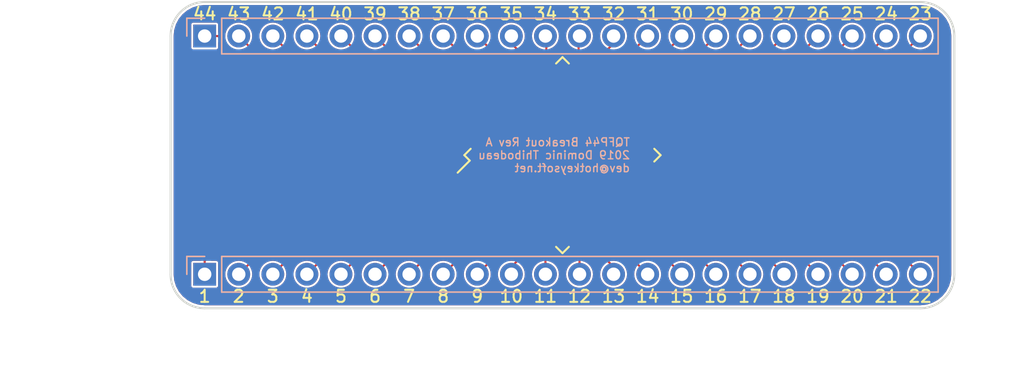
<source format=kicad_pcb>
(kicad_pcb (version 20171130) (host pcbnew "(5.1.4)-1")

  (general
    (thickness 1.6)
    (drawings 56)
    (tracks 152)
    (zones 0)
    (modules 3)
    (nets 45)
  )

  (page A4)
  (title_block
    (title "8 bit 7 segment indicator")
    (date 2019-08-10)
    (rev B)
  )

  (layers
    (0 F.Cu signal)
    (31 B.Cu signal)
    (32 B.Adhes user hide)
    (33 F.Adhes user hide)
    (34 B.Paste user hide)
    (35 F.Paste user hide)
    (36 B.SilkS user)
    (37 F.SilkS user)
    (38 B.Mask user hide)
    (39 F.Mask user hide)
    (44 Edge.Cuts user)
    (45 Margin user hide)
    (46 B.CrtYd user hide)
    (47 F.CrtYd user hide)
    (48 B.Fab user hide)
    (49 F.Fab user)
  )

  (setup
    (last_trace_width 0.15)
    (trace_clearance 0.15)
    (zone_clearance 0.15)
    (zone_45_only no)
    (trace_min 0.15)
    (via_size 0.6)
    (via_drill 0.3)
    (via_min_size 0.6)
    (via_min_drill 0.3)
    (user_via 0.8 0.4)
    (uvia_size 0.3)
    (uvia_drill 0.1)
    (uvias_allowed no)
    (uvia_min_size 0.2)
    (uvia_min_drill 0.1)
    (edge_width 0.15)
    (segment_width 0.2)
    (pcb_text_width 0.3)
    (pcb_text_size 1.5 1.5)
    (mod_edge_width 0.15)
    (mod_text_size 1 1)
    (mod_text_width 0.15)
    (pad_size 1.524 1.524)
    (pad_drill 0.762)
    (pad_to_mask_clearance 0.1)
    (aux_axis_origin 0 0)
    (visible_elements 7FFFFFFF)
    (pcbplotparams
      (layerselection 0x010f0_ffffffff)
      (usegerberextensions false)
      (usegerberattributes false)
      (usegerberadvancedattributes false)
      (creategerberjobfile false)
      (excludeedgelayer true)
      (linewidth 0.100000)
      (plotframeref false)
      (viasonmask false)
      (mode 1)
      (useauxorigin false)
      (hpglpennumber 1)
      (hpglpenspeed 20)
      (hpglpendiameter 15.000000)
      (psnegative false)
      (psa4output false)
      (plotreference true)
      (plotvalue true)
      (plotinvisibletext false)
      (padsonsilk false)
      (subtractmaskfromsilk false)
      (outputformat 1)
      (mirror false)
      (drillshape 0)
      (scaleselection 1)
      (outputdirectory "plot"))
  )

  (net 0 "")
  (net 1 "Net-(J2-Pad1)")
  (net 2 "Net-(J2-Pad2)")
  (net 3 "Net-(J2-Pad3)")
  (net 4 "Net-(J2-Pad4)")
  (net 5 "Net-(J2-Pad5)")
  (net 6 "Net-(J2-Pad6)")
  (net 7 "Net-(J2-Pad7)")
  (net 8 "Net-(J2-Pad8)")
  (net 9 "Net-(J2-Pad9)")
  (net 10 "Net-(J2-Pad10)")
  (net 11 "Net-(J2-Pad11)")
  (net 12 "Net-(J2-Pad12)")
  (net 13 "Net-(J2-Pad13)")
  (net 14 "Net-(J2-Pad14)")
  (net 15 "Net-(J2-Pad15)")
  (net 16 "Net-(J2-Pad16)")
  (net 17 "Net-(J2-Pad17)")
  (net 18 "Net-(J2-Pad18)")
  (net 19 "Net-(J2-Pad19)")
  (net 20 "Net-(J2-Pad20)")
  (net 21 "Net-(J2-Pad21)")
  (net 22 "Net-(J2-Pad22)")
  (net 23 "Net-(J1-Pad22)")
  (net 24 "Net-(J1-Pad21)")
  (net 25 "Net-(J1-Pad20)")
  (net 26 "Net-(J1-Pad19)")
  (net 27 "Net-(J1-Pad18)")
  (net 28 "Net-(J1-Pad17)")
  (net 29 "Net-(J1-Pad16)")
  (net 30 "Net-(J1-Pad15)")
  (net 31 "Net-(J1-Pad14)")
  (net 32 "Net-(J1-Pad13)")
  (net 33 "Net-(J1-Pad12)")
  (net 34 "Net-(J1-Pad11)")
  (net 35 "Net-(J1-Pad10)")
  (net 36 "Net-(J1-Pad9)")
  (net 37 "Net-(J1-Pad8)")
  (net 38 "Net-(J1-Pad7)")
  (net 39 "Net-(J1-Pad6)")
  (net 40 "Net-(J1-Pad5)")
  (net 41 "Net-(J1-Pad4)")
  (net 42 "Net-(J1-Pad3)")
  (net 43 "Net-(J1-Pad2)")
  (net 44 "Net-(J1-Pad1)")

  (net_class Default "This is the default net class."
    (clearance 0.15)
    (trace_width 0.15)
    (via_dia 0.6)
    (via_drill 0.3)
    (uvia_dia 0.3)
    (uvia_drill 0.1)
    (add_net "Net-(J1-Pad1)")
    (add_net "Net-(J1-Pad10)")
    (add_net "Net-(J1-Pad11)")
    (add_net "Net-(J1-Pad12)")
    (add_net "Net-(J1-Pad13)")
    (add_net "Net-(J1-Pad14)")
    (add_net "Net-(J1-Pad15)")
    (add_net "Net-(J1-Pad16)")
    (add_net "Net-(J1-Pad17)")
    (add_net "Net-(J1-Pad18)")
    (add_net "Net-(J1-Pad19)")
    (add_net "Net-(J1-Pad2)")
    (add_net "Net-(J1-Pad20)")
    (add_net "Net-(J1-Pad21)")
    (add_net "Net-(J1-Pad22)")
    (add_net "Net-(J1-Pad3)")
    (add_net "Net-(J1-Pad4)")
    (add_net "Net-(J1-Pad5)")
    (add_net "Net-(J1-Pad6)")
    (add_net "Net-(J1-Pad7)")
    (add_net "Net-(J1-Pad8)")
    (add_net "Net-(J1-Pad9)")
    (add_net "Net-(J2-Pad1)")
    (add_net "Net-(J2-Pad10)")
    (add_net "Net-(J2-Pad11)")
    (add_net "Net-(J2-Pad12)")
    (add_net "Net-(J2-Pad13)")
    (add_net "Net-(J2-Pad14)")
    (add_net "Net-(J2-Pad15)")
    (add_net "Net-(J2-Pad16)")
    (add_net "Net-(J2-Pad17)")
    (add_net "Net-(J2-Pad18)")
    (add_net "Net-(J2-Pad19)")
    (add_net "Net-(J2-Pad2)")
    (add_net "Net-(J2-Pad20)")
    (add_net "Net-(J2-Pad21)")
    (add_net "Net-(J2-Pad22)")
    (add_net "Net-(J2-Pad3)")
    (add_net "Net-(J2-Pad4)")
    (add_net "Net-(J2-Pad5)")
    (add_net "Net-(J2-Pad6)")
    (add_net "Net-(J2-Pad7)")
    (add_net "Net-(J2-Pad8)")
    (add_net "Net-(J2-Pad9)")
  )

  (net_class POWER ""
    (clearance 0.2)
    (trace_width 0.2)
    (via_dia 0.8)
    (via_drill 0.4)
    (uvia_dia 0.3)
    (uvia_drill 0.1)
  )

  (module Connector_PinHeader_2.54mm:PinHeader_1x22_P2.54mm_Vertical (layer B.Cu) (tedit 59FED5CC) (tstamp 5DB21A85)
    (at 71.12 36.83 270)
    (descr "Through hole straight pin header, 1x22, 2.54mm pitch, single row")
    (tags "Through hole pin header THT 1x22 2.54mm single row")
    (path /5DB283FB)
    (fp_text reference J2 (at 0 2.33 90) (layer B.SilkS) hide
      (effects (font (size 1 1) (thickness 0.15)) (justify mirror))
    )
    (fp_text value Conn_01x22 (at 0 -55.67 90) (layer B.Fab)
      (effects (font (size 1 1) (thickness 0.15)) (justify mirror))
    )
    (fp_text user %R (at 0 -26.67 180) (layer B.Fab)
      (effects (font (size 1 1) (thickness 0.15)) (justify mirror))
    )
    (fp_line (start 1.8 1.8) (end -1.8 1.8) (layer B.CrtYd) (width 0.05))
    (fp_line (start 1.8 -55.15) (end 1.8 1.8) (layer B.CrtYd) (width 0.05))
    (fp_line (start -1.8 -55.15) (end 1.8 -55.15) (layer B.CrtYd) (width 0.05))
    (fp_line (start -1.8 1.8) (end -1.8 -55.15) (layer B.CrtYd) (width 0.05))
    (fp_line (start -1.33 1.33) (end 0 1.33) (layer B.SilkS) (width 0.12))
    (fp_line (start -1.33 0) (end -1.33 1.33) (layer B.SilkS) (width 0.12))
    (fp_line (start -1.33 -1.27) (end 1.33 -1.27) (layer B.SilkS) (width 0.12))
    (fp_line (start 1.33 -1.27) (end 1.33 -54.67) (layer B.SilkS) (width 0.12))
    (fp_line (start -1.33 -1.27) (end -1.33 -54.67) (layer B.SilkS) (width 0.12))
    (fp_line (start -1.33 -54.67) (end 1.33 -54.67) (layer B.SilkS) (width 0.12))
    (fp_line (start -1.27 0.635) (end -0.635 1.27) (layer B.Fab) (width 0.1))
    (fp_line (start -1.27 -54.61) (end -1.27 0.635) (layer B.Fab) (width 0.1))
    (fp_line (start 1.27 -54.61) (end -1.27 -54.61) (layer B.Fab) (width 0.1))
    (fp_line (start 1.27 1.27) (end 1.27 -54.61) (layer B.Fab) (width 0.1))
    (fp_line (start -0.635 1.27) (end 1.27 1.27) (layer B.Fab) (width 0.1))
    (pad 22 thru_hole oval (at 0 -53.34 270) (size 1.7 1.7) (drill 1) (layers *.Cu *.Mask)
      (net 22 "Net-(J2-Pad22)"))
    (pad 21 thru_hole oval (at 0 -50.8 270) (size 1.7 1.7) (drill 1) (layers *.Cu *.Mask)
      (net 21 "Net-(J2-Pad21)"))
    (pad 20 thru_hole oval (at 0 -48.26 270) (size 1.7 1.7) (drill 1) (layers *.Cu *.Mask)
      (net 20 "Net-(J2-Pad20)"))
    (pad 19 thru_hole oval (at 0 -45.72 270) (size 1.7 1.7) (drill 1) (layers *.Cu *.Mask)
      (net 19 "Net-(J2-Pad19)"))
    (pad 18 thru_hole oval (at 0 -43.18 270) (size 1.7 1.7) (drill 1) (layers *.Cu *.Mask)
      (net 18 "Net-(J2-Pad18)"))
    (pad 17 thru_hole oval (at 0 -40.64 270) (size 1.7 1.7) (drill 1) (layers *.Cu *.Mask)
      (net 17 "Net-(J2-Pad17)"))
    (pad 16 thru_hole oval (at 0 -38.1 270) (size 1.7 1.7) (drill 1) (layers *.Cu *.Mask)
      (net 16 "Net-(J2-Pad16)"))
    (pad 15 thru_hole oval (at 0 -35.56 270) (size 1.7 1.7) (drill 1) (layers *.Cu *.Mask)
      (net 15 "Net-(J2-Pad15)"))
    (pad 14 thru_hole oval (at 0 -33.02 270) (size 1.7 1.7) (drill 1) (layers *.Cu *.Mask)
      (net 14 "Net-(J2-Pad14)"))
    (pad 13 thru_hole oval (at 0 -30.48 270) (size 1.7 1.7) (drill 1) (layers *.Cu *.Mask)
      (net 13 "Net-(J2-Pad13)"))
    (pad 12 thru_hole oval (at 0 -27.94 270) (size 1.7 1.7) (drill 1) (layers *.Cu *.Mask)
      (net 12 "Net-(J2-Pad12)"))
    (pad 11 thru_hole oval (at 0 -25.4 270) (size 1.7 1.7) (drill 1) (layers *.Cu *.Mask)
      (net 11 "Net-(J2-Pad11)"))
    (pad 10 thru_hole oval (at 0 -22.86 270) (size 1.7 1.7) (drill 1) (layers *.Cu *.Mask)
      (net 10 "Net-(J2-Pad10)"))
    (pad 9 thru_hole oval (at 0 -20.32 270) (size 1.7 1.7) (drill 1) (layers *.Cu *.Mask)
      (net 9 "Net-(J2-Pad9)"))
    (pad 8 thru_hole oval (at 0 -17.78 270) (size 1.7 1.7) (drill 1) (layers *.Cu *.Mask)
      (net 8 "Net-(J2-Pad8)"))
    (pad 7 thru_hole oval (at 0 -15.24 270) (size 1.7 1.7) (drill 1) (layers *.Cu *.Mask)
      (net 7 "Net-(J2-Pad7)"))
    (pad 6 thru_hole oval (at 0 -12.7 270) (size 1.7 1.7) (drill 1) (layers *.Cu *.Mask)
      (net 6 "Net-(J2-Pad6)"))
    (pad 5 thru_hole oval (at 0 -10.16 270) (size 1.7 1.7) (drill 1) (layers *.Cu *.Mask)
      (net 5 "Net-(J2-Pad5)"))
    (pad 4 thru_hole oval (at 0 -7.62 270) (size 1.7 1.7) (drill 1) (layers *.Cu *.Mask)
      (net 4 "Net-(J2-Pad4)"))
    (pad 3 thru_hole oval (at 0 -5.08 270) (size 1.7 1.7) (drill 1) (layers *.Cu *.Mask)
      (net 3 "Net-(J2-Pad3)"))
    (pad 2 thru_hole oval (at 0 -2.54 270) (size 1.7 1.7) (drill 1) (layers *.Cu *.Mask)
      (net 2 "Net-(J2-Pad2)"))
    (pad 1 thru_hole rect (at 0 0 270) (size 1.7 1.7) (drill 1) (layers *.Cu *.Mask)
      (net 1 "Net-(J2-Pad1)"))
    (model ${KISYS3DMOD}/Connector_PinHeader_2.54mm.3dshapes/PinHeader_1x22_P2.54mm_Vertical.wrl
      (at (xyz 0 0 0))
      (scale (xyz 1 1 1))
      (rotate (xyz 0 0 0))
    )
  )

  (module Connector_PinHeader_2.54mm:PinHeader_1x22_P2.54mm_Vertical (layer B.Cu) (tedit 59FED5CC) (tstamp 5DB21154)
    (at 71.12 54.61 270)
    (descr "Through hole straight pin header, 1x22, 2.54mm pitch, single row")
    (tags "Through hole pin header THT 1x22 2.54mm single row")
    (path /5DB26FE6)
    (fp_text reference J1 (at 0 2.33 90) (layer B.SilkS) hide
      (effects (font (size 1 1) (thickness 0.15)) (justify mirror))
    )
    (fp_text value Conn_01x22 (at 0 -55.67 90) (layer B.Fab)
      (effects (font (size 1 1) (thickness 0.15)) (justify mirror))
    )
    (fp_text user %R (at 0 -26.67 180) (layer B.Fab)
      (effects (font (size 1 1) (thickness 0.15)) (justify mirror))
    )
    (fp_line (start 1.8 1.8) (end -1.8 1.8) (layer B.CrtYd) (width 0.05))
    (fp_line (start 1.8 -55.15) (end 1.8 1.8) (layer B.CrtYd) (width 0.05))
    (fp_line (start -1.8 -55.15) (end 1.8 -55.15) (layer B.CrtYd) (width 0.05))
    (fp_line (start -1.8 1.8) (end -1.8 -55.15) (layer B.CrtYd) (width 0.05))
    (fp_line (start -1.33 1.33) (end 0 1.33) (layer B.SilkS) (width 0.12))
    (fp_line (start -1.33 0) (end -1.33 1.33) (layer B.SilkS) (width 0.12))
    (fp_line (start -1.33 -1.27) (end 1.33 -1.27) (layer B.SilkS) (width 0.12))
    (fp_line (start 1.33 -1.27) (end 1.33 -54.67) (layer B.SilkS) (width 0.12))
    (fp_line (start -1.33 -1.27) (end -1.33 -54.67) (layer B.SilkS) (width 0.12))
    (fp_line (start -1.33 -54.67) (end 1.33 -54.67) (layer B.SilkS) (width 0.12))
    (fp_line (start -1.27 0.635) (end -0.635 1.27) (layer B.Fab) (width 0.1))
    (fp_line (start -1.27 -54.61) (end -1.27 0.635) (layer B.Fab) (width 0.1))
    (fp_line (start 1.27 -54.61) (end -1.27 -54.61) (layer B.Fab) (width 0.1))
    (fp_line (start 1.27 1.27) (end 1.27 -54.61) (layer B.Fab) (width 0.1))
    (fp_line (start -0.635 1.27) (end 1.27 1.27) (layer B.Fab) (width 0.1))
    (pad 22 thru_hole oval (at 0 -53.34 270) (size 1.7 1.7) (drill 1) (layers *.Cu *.Mask)
      (net 23 "Net-(J1-Pad22)"))
    (pad 21 thru_hole oval (at 0 -50.8 270) (size 1.7 1.7) (drill 1) (layers *.Cu *.Mask)
      (net 24 "Net-(J1-Pad21)"))
    (pad 20 thru_hole oval (at 0 -48.26 270) (size 1.7 1.7) (drill 1) (layers *.Cu *.Mask)
      (net 25 "Net-(J1-Pad20)"))
    (pad 19 thru_hole oval (at 0 -45.72 270) (size 1.7 1.7) (drill 1) (layers *.Cu *.Mask)
      (net 26 "Net-(J1-Pad19)"))
    (pad 18 thru_hole oval (at 0 -43.18 270) (size 1.7 1.7) (drill 1) (layers *.Cu *.Mask)
      (net 27 "Net-(J1-Pad18)"))
    (pad 17 thru_hole oval (at 0 -40.64 270) (size 1.7 1.7) (drill 1) (layers *.Cu *.Mask)
      (net 28 "Net-(J1-Pad17)"))
    (pad 16 thru_hole oval (at 0 -38.1 270) (size 1.7 1.7) (drill 1) (layers *.Cu *.Mask)
      (net 29 "Net-(J1-Pad16)"))
    (pad 15 thru_hole oval (at 0 -35.56 270) (size 1.7 1.7) (drill 1) (layers *.Cu *.Mask)
      (net 30 "Net-(J1-Pad15)"))
    (pad 14 thru_hole oval (at 0 -33.02 270) (size 1.7 1.7) (drill 1) (layers *.Cu *.Mask)
      (net 31 "Net-(J1-Pad14)"))
    (pad 13 thru_hole oval (at 0 -30.48 270) (size 1.7 1.7) (drill 1) (layers *.Cu *.Mask)
      (net 32 "Net-(J1-Pad13)"))
    (pad 12 thru_hole oval (at 0 -27.94 270) (size 1.7 1.7) (drill 1) (layers *.Cu *.Mask)
      (net 33 "Net-(J1-Pad12)"))
    (pad 11 thru_hole oval (at 0 -25.4 270) (size 1.7 1.7) (drill 1) (layers *.Cu *.Mask)
      (net 34 "Net-(J1-Pad11)"))
    (pad 10 thru_hole oval (at 0 -22.86 270) (size 1.7 1.7) (drill 1) (layers *.Cu *.Mask)
      (net 35 "Net-(J1-Pad10)"))
    (pad 9 thru_hole oval (at 0 -20.32 270) (size 1.7 1.7) (drill 1) (layers *.Cu *.Mask)
      (net 36 "Net-(J1-Pad9)"))
    (pad 8 thru_hole oval (at 0 -17.78 270) (size 1.7 1.7) (drill 1) (layers *.Cu *.Mask)
      (net 37 "Net-(J1-Pad8)"))
    (pad 7 thru_hole oval (at 0 -15.24 270) (size 1.7 1.7) (drill 1) (layers *.Cu *.Mask)
      (net 38 "Net-(J1-Pad7)"))
    (pad 6 thru_hole oval (at 0 -12.7 270) (size 1.7 1.7) (drill 1) (layers *.Cu *.Mask)
      (net 39 "Net-(J1-Pad6)"))
    (pad 5 thru_hole oval (at 0 -10.16 270) (size 1.7 1.7) (drill 1) (layers *.Cu *.Mask)
      (net 40 "Net-(J1-Pad5)"))
    (pad 4 thru_hole oval (at 0 -7.62 270) (size 1.7 1.7) (drill 1) (layers *.Cu *.Mask)
      (net 41 "Net-(J1-Pad4)"))
    (pad 3 thru_hole oval (at 0 -5.08 270) (size 1.7 1.7) (drill 1) (layers *.Cu *.Mask)
      (net 42 "Net-(J1-Pad3)"))
    (pad 2 thru_hole oval (at 0 -2.54 270) (size 1.7 1.7) (drill 1) (layers *.Cu *.Mask)
      (net 43 "Net-(J1-Pad2)"))
    (pad 1 thru_hole rect (at 0 0 270) (size 1.7 1.7) (drill 1) (layers *.Cu *.Mask)
      (net 44 "Net-(J1-Pad1)"))
    (model ${KISYS3DMOD}/Connector_PinHeader_2.54mm.3dshapes/PinHeader_1x22_P2.54mm_Vertical.wrl
      (at (xyz 0 0 0))
      (scale (xyz 1 1 1))
      (rotate (xyz 0 0 0))
    )
  )

  (module Package_QFP:TQFP-44_10x10mm_P0.8mm (layer F.Cu) (tedit 5A02F146) (tstamp 5DB20BF1)
    (at 97.79 45.72 45)
    (descr "44-Lead Plastic Thin Quad Flatpack (PT) - 10x10x1.0 mm Body [TQFP] (see Microchip Packaging Specification 00000049BS.pdf)")
    (tags "QFP 0.8")
    (path /5DB26500)
    (attr smd)
    (fp_text reference U1 (at 0 -7.45 45) (layer F.SilkS) hide
      (effects (font (size 1 1) (thickness 0.15)))
    )
    (fp_text value TQFP44 (at 0 7.45 45) (layer F.Fab)
      (effects (font (size 1 1) (thickness 0.15)))
    )
    (fp_line (start -5.175 -4.6) (end -6.45 -4.6) (layer F.SilkS) (width 0.15))
    (fp_line (start 5.175 -5.175) (end 4.5 -5.175) (layer F.SilkS) (width 0.15))
    (fp_line (start 5.175 5.175) (end 4.5 5.175) (layer F.SilkS) (width 0.15))
    (fp_line (start -5.175 5.175) (end -4.5 5.175) (layer F.SilkS) (width 0.15))
    (fp_line (start -5.175 -5.175) (end -4.5 -5.175) (layer F.SilkS) (width 0.15))
    (fp_line (start -5.175 5.175) (end -5.175 4.5) (layer F.SilkS) (width 0.15))
    (fp_line (start 5.175 5.175) (end 5.175 4.5) (layer F.SilkS) (width 0.15))
    (fp_line (start 5.175 -5.175) (end 5.175 -4.5) (layer F.SilkS) (width 0.15))
    (fp_line (start -5.175 -5.175) (end -5.175 -4.6) (layer F.SilkS) (width 0.15))
    (fp_line (start -6.7 6.7) (end 6.7 6.7) (layer F.CrtYd) (width 0.05))
    (fp_line (start -6.7 -6.7) (end 6.7 -6.7) (layer F.CrtYd) (width 0.05))
    (fp_line (start 6.7 -6.7) (end 6.7 6.7) (layer F.CrtYd) (width 0.05))
    (fp_line (start -6.7 -6.7) (end -6.7 6.7) (layer F.CrtYd) (width 0.05))
    (fp_line (start -5 -4) (end -4 -5) (layer F.Fab) (width 0.15))
    (fp_line (start -5 5) (end -5 -4) (layer F.Fab) (width 0.15))
    (fp_line (start 5 5) (end -5 5) (layer F.Fab) (width 0.15))
    (fp_line (start 5 -5) (end 5 5) (layer F.Fab) (width 0.15))
    (fp_line (start -4 -5) (end 5 -5) (layer F.Fab) (width 0.15))
    (fp_text user %R (at 0 0 45) (layer F.Fab)
      (effects (font (size 1 1) (thickness 0.15)))
    )
    (pad 44 smd rect (at -4 -5.7 135) (size 1.5 0.55) (layers F.Cu F.Paste F.Mask)
      (net 1 "Net-(J2-Pad1)"))
    (pad 43 smd rect (at -3.2 -5.7 135) (size 1.5 0.55) (layers F.Cu F.Paste F.Mask)
      (net 2 "Net-(J2-Pad2)"))
    (pad 42 smd rect (at -2.4 -5.7 135) (size 1.5 0.55) (layers F.Cu F.Paste F.Mask)
      (net 3 "Net-(J2-Pad3)"))
    (pad 41 smd rect (at -1.6 -5.7 135) (size 1.5 0.55) (layers F.Cu F.Paste F.Mask)
      (net 4 "Net-(J2-Pad4)"))
    (pad 40 smd rect (at -0.8 -5.7 135) (size 1.5 0.55) (layers F.Cu F.Paste F.Mask)
      (net 5 "Net-(J2-Pad5)"))
    (pad 39 smd rect (at 0 -5.7 135) (size 1.5 0.55) (layers F.Cu F.Paste F.Mask)
      (net 6 "Net-(J2-Pad6)"))
    (pad 38 smd rect (at 0.8 -5.7 135) (size 1.5 0.55) (layers F.Cu F.Paste F.Mask)
      (net 7 "Net-(J2-Pad7)"))
    (pad 37 smd rect (at 1.6 -5.7 135) (size 1.5 0.55) (layers F.Cu F.Paste F.Mask)
      (net 8 "Net-(J2-Pad8)"))
    (pad 36 smd rect (at 2.4 -5.7 135) (size 1.5 0.55) (layers F.Cu F.Paste F.Mask)
      (net 9 "Net-(J2-Pad9)"))
    (pad 35 smd rect (at 3.2 -5.7 135) (size 1.5 0.55) (layers F.Cu F.Paste F.Mask)
      (net 10 "Net-(J2-Pad10)"))
    (pad 34 smd rect (at 4 -5.7 135) (size 1.5 0.55) (layers F.Cu F.Paste F.Mask)
      (net 11 "Net-(J2-Pad11)"))
    (pad 33 smd rect (at 5.7 -4 45) (size 1.5 0.55) (layers F.Cu F.Paste F.Mask)
      (net 12 "Net-(J2-Pad12)"))
    (pad 32 smd rect (at 5.7 -3.2 45) (size 1.5 0.55) (layers F.Cu F.Paste F.Mask)
      (net 13 "Net-(J2-Pad13)"))
    (pad 31 smd rect (at 5.7 -2.4 45) (size 1.5 0.55) (layers F.Cu F.Paste F.Mask)
      (net 14 "Net-(J2-Pad14)"))
    (pad 30 smd rect (at 5.7 -1.6 45) (size 1.5 0.55) (layers F.Cu F.Paste F.Mask)
      (net 15 "Net-(J2-Pad15)"))
    (pad 29 smd rect (at 5.7 -0.8 45) (size 1.5 0.55) (layers F.Cu F.Paste F.Mask)
      (net 16 "Net-(J2-Pad16)"))
    (pad 28 smd rect (at 5.7 0 45) (size 1.5 0.55) (layers F.Cu F.Paste F.Mask)
      (net 17 "Net-(J2-Pad17)"))
    (pad 27 smd rect (at 5.7 0.8 45) (size 1.5 0.55) (layers F.Cu F.Paste F.Mask)
      (net 18 "Net-(J2-Pad18)"))
    (pad 26 smd rect (at 5.7 1.6 45) (size 1.5 0.55) (layers F.Cu F.Paste F.Mask)
      (net 19 "Net-(J2-Pad19)"))
    (pad 25 smd rect (at 5.7 2.4 45) (size 1.5 0.55) (layers F.Cu F.Paste F.Mask)
      (net 20 "Net-(J2-Pad20)"))
    (pad 24 smd rect (at 5.7 3.2 45) (size 1.5 0.55) (layers F.Cu F.Paste F.Mask)
      (net 21 "Net-(J2-Pad21)"))
    (pad 23 smd rect (at 5.7 4 45) (size 1.5 0.55) (layers F.Cu F.Paste F.Mask)
      (net 22 "Net-(J2-Pad22)"))
    (pad 22 smd rect (at 4 5.7 135) (size 1.5 0.55) (layers F.Cu F.Paste F.Mask)
      (net 23 "Net-(J1-Pad22)"))
    (pad 21 smd rect (at 3.2 5.7 135) (size 1.5 0.55) (layers F.Cu F.Paste F.Mask)
      (net 24 "Net-(J1-Pad21)"))
    (pad 20 smd rect (at 2.4 5.7 135) (size 1.5 0.55) (layers F.Cu F.Paste F.Mask)
      (net 25 "Net-(J1-Pad20)"))
    (pad 19 smd rect (at 1.6 5.7 135) (size 1.5 0.55) (layers F.Cu F.Paste F.Mask)
      (net 26 "Net-(J1-Pad19)"))
    (pad 18 smd rect (at 0.8 5.7 135) (size 1.5 0.55) (layers F.Cu F.Paste F.Mask)
      (net 27 "Net-(J1-Pad18)"))
    (pad 17 smd rect (at 0 5.7 135) (size 1.5 0.55) (layers F.Cu F.Paste F.Mask)
      (net 28 "Net-(J1-Pad17)"))
    (pad 16 smd rect (at -0.8 5.7 135) (size 1.5 0.55) (layers F.Cu F.Paste F.Mask)
      (net 29 "Net-(J1-Pad16)"))
    (pad 15 smd rect (at -1.6 5.7 135) (size 1.5 0.55) (layers F.Cu F.Paste F.Mask)
      (net 30 "Net-(J1-Pad15)"))
    (pad 14 smd rect (at -2.4 5.7 135) (size 1.5 0.55) (layers F.Cu F.Paste F.Mask)
      (net 31 "Net-(J1-Pad14)"))
    (pad 13 smd rect (at -3.2 5.7 135) (size 1.5 0.55) (layers F.Cu F.Paste F.Mask)
      (net 32 "Net-(J1-Pad13)"))
    (pad 12 smd rect (at -4 5.7 135) (size 1.5 0.55) (layers F.Cu F.Paste F.Mask)
      (net 33 "Net-(J1-Pad12)"))
    (pad 11 smd rect (at -5.7 4 45) (size 1.5 0.55) (layers F.Cu F.Paste F.Mask)
      (net 34 "Net-(J1-Pad11)"))
    (pad 10 smd rect (at -5.7 3.2 45) (size 1.5 0.55) (layers F.Cu F.Paste F.Mask)
      (net 35 "Net-(J1-Pad10)"))
    (pad 9 smd rect (at -5.7 2.4 45) (size 1.5 0.55) (layers F.Cu F.Paste F.Mask)
      (net 36 "Net-(J1-Pad9)"))
    (pad 8 smd rect (at -5.7 1.6 45) (size 1.5 0.55) (layers F.Cu F.Paste F.Mask)
      (net 37 "Net-(J1-Pad8)"))
    (pad 7 smd rect (at -5.7 0.8 45) (size 1.5 0.55) (layers F.Cu F.Paste F.Mask)
      (net 38 "Net-(J1-Pad7)"))
    (pad 6 smd rect (at -5.7 0 45) (size 1.5 0.55) (layers F.Cu F.Paste F.Mask)
      (net 39 "Net-(J1-Pad6)"))
    (pad 5 smd rect (at -5.7 -0.8 45) (size 1.5 0.55) (layers F.Cu F.Paste F.Mask)
      (net 40 "Net-(J1-Pad5)"))
    (pad 4 smd rect (at -5.7 -1.6 45) (size 1.5 0.55) (layers F.Cu F.Paste F.Mask)
      (net 41 "Net-(J1-Pad4)"))
    (pad 3 smd rect (at -5.7 -2.4 45) (size 1.5 0.55) (layers F.Cu F.Paste F.Mask)
      (net 42 "Net-(J1-Pad3)"))
    (pad 2 smd rect (at -5.7 -3.2 45) (size 1.5 0.55) (layers F.Cu F.Paste F.Mask)
      (net 43 "Net-(J1-Pad2)"))
    (pad 1 smd rect (at -5.7 -4 45) (size 1.5 0.55) (layers F.Cu F.Paste F.Mask)
      (net 44 "Net-(J1-Pad1)"))
    (model ${KISYS3DMOD}/Package_QFP.3dshapes/TQFP-44_10x10mm_P0.8mm.wrl
      (at (xyz 0 0 0))
      (scale (xyz 1 1 1))
      (rotate (xyz 0 0 0))
    )
  )

  (gr_text 44 (at 71.12 35.179) (layer F.SilkS) (tstamp 5DB21A24)
    (effects (font (size 0.9 0.9) (thickness 0.15)))
  )
  (gr_text 26 (at 116.84 35.179) (layer F.SilkS) (tstamp 5DB21A1B)
    (effects (font (size 0.9 0.9) (thickness 0.15)))
  )
  (gr_text 25 (at 119.38 35.179) (layer F.SilkS) (tstamp 5DB21A27)
    (effects (font (size 0.9 0.9) (thickness 0.15)))
  )
  (gr_text 24 (at 121.92 35.179) (layer F.SilkS) (tstamp 5DB21A21)
    (effects (font (size 0.9 0.9) (thickness 0.15)))
  )
  (gr_text 23 (at 124.46 35.179) (layer F.SilkS) (tstamp 5DB21A1E)
    (effects (font (size 0.9 0.9) (thickness 0.15)))
  )
  (gr_text 19 (at 116.84 56.261) (layer F.SilkS) (tstamp 5DB218F7)
    (effects (font (size 0.9 0.9) (thickness 0.15)))
  )
  (gr_text 22 (at 124.46 56.261) (layer F.SilkS) (tstamp 5DB218F6)
    (effects (font (size 0.9 0.9) (thickness 0.15)))
  )
  (gr_text 20 (at 119.38 56.261) (layer F.SilkS) (tstamp 5DB218F5)
    (effects (font (size 0.9 0.9) (thickness 0.15)))
  )
  (gr_text 21 (at 121.92 56.261) (layer F.SilkS) (tstamp 5DB218F4)
    (effects (font (size 0.9 0.9) (thickness 0.15)))
  )
  (gr_text 18 (at 114.3 56.261) (layer F.SilkS) (tstamp 5DB218F3)
    (effects (font (size 0.9 0.9) (thickness 0.15)))
  )
  (dimension 17.78 (width 0.15) (layer F.Fab)
    (gr_text "0.7000 in" (at 130.84 45.72 90) (layer F.Fab)
      (effects (font (size 1 1) (thickness 0.15)))
    )
    (feature1 (pts (xy 124.46 36.83) (xy 130.126421 36.83)))
    (feature2 (pts (xy 124.46 54.61) (xy 130.126421 54.61)))
    (crossbar (pts (xy 129.54 54.61) (xy 129.54 36.83)))
    (arrow1a (pts (xy 129.54 36.83) (xy 130.126421 37.956504)))
    (arrow1b (pts (xy 129.54 36.83) (xy 128.953579 37.956504)))
    (arrow2a (pts (xy 129.54 54.61) (xy 130.126421 53.483496)))
    (arrow2b (pts (xy 129.54 54.61) (xy 128.953579 53.483496)))
  )
  (gr_text 6 (at 83.82 56.261) (layer F.SilkS) (tstamp 5DB21FCF)
    (effects (font (size 0.9 0.9) (thickness 0.15)))
  )
  (gr_text 5 (at 81.28 56.261) (layer F.SilkS) (tstamp 5DB21FCE)
    (effects (font (size 0.9 0.9) (thickness 0.15)))
  )
  (gr_text 1 (at 71.12 56.261) (layer F.SilkS) (tstamp 5DB21FCD)
    (effects (font (size 0.9 0.9) (thickness 0.15)))
  )
  (gr_text 13 (at 101.6 56.261) (layer F.SilkS) (tstamp 5DB21FCC)
    (effects (font (size 0.9 0.9) (thickness 0.15)))
  )
  (gr_text 7 (at 86.36 56.261) (layer F.SilkS) (tstamp 5DB21FCB)
    (effects (font (size 0.9 0.9) (thickness 0.15)))
  )
  (gr_text 17 (at 111.76 56.261) (layer F.SilkS) (tstamp 5DB21FCA)
    (effects (font (size 0.9 0.9) (thickness 0.15)))
  )
  (gr_text 12 (at 99.06 56.261) (layer F.SilkS) (tstamp 5DB21FC9)
    (effects (font (size 0.9 0.9) (thickness 0.15)))
  )
  (gr_text 10 (at 93.98 56.261) (layer F.SilkS) (tstamp 5DB21FC8)
    (effects (font (size 0.9 0.9) (thickness 0.15)))
  )
  (gr_text 16 (at 109.22 56.261) (layer F.SilkS) (tstamp 5DB21FC7)
    (effects (font (size 0.9 0.9) (thickness 0.15)))
  )
  (gr_text 14 (at 104.14 56.261) (layer F.SilkS) (tstamp 5DB21FC6)
    (effects (font (size 0.9 0.9) (thickness 0.15)))
  )
  (gr_text 15 (at 106.68 56.261) (layer F.SilkS) (tstamp 5DB21FC5)
    (effects (font (size 0.9 0.9) (thickness 0.15)))
  )
  (gr_text 11 (at 96.52 56.261) (layer F.SilkS) (tstamp 5DB21FC4)
    (effects (font (size 0.9 0.9) (thickness 0.15)))
  )
  (gr_text 9 (at 91.44 56.261) (layer F.SilkS) (tstamp 5DB21FC3)
    (effects (font (size 0.9 0.9) (thickness 0.15)))
  )
  (gr_text 8 (at 88.9 56.261) (layer F.SilkS) (tstamp 5DB21FC2)
    (effects (font (size 0.9 0.9) (thickness 0.15)))
  )
  (gr_text 4 (at 78.74 56.261) (layer F.SilkS) (tstamp 5DB21FC1)
    (effects (font (size 0.9 0.9) (thickness 0.15)))
  )
  (gr_text 2 (at 73.66 56.261) (layer F.SilkS) (tstamp 5DB21FC0)
    (effects (font (size 0.9 0.9) (thickness 0.15)))
  )
  (gr_text 3 (at 76.2 56.261) (layer F.SilkS) (tstamp 5DB21FBF)
    (effects (font (size 0.9 0.9) (thickness 0.15)))
  )
  (gr_text 27 (at 114.3 35.179) (layer F.SilkS) (tstamp 5DB21A5A)
    (effects (font (size 0.9 0.9) (thickness 0.15)))
  )
  (gr_text 28 (at 111.76 35.179) (layer F.SilkS) (tstamp 5DB21A57)
    (effects (font (size 0.9 0.9) (thickness 0.15)))
  )
  (gr_text 29 (at 109.22 35.179) (layer F.SilkS) (tstamp 5DB21A54)
    (effects (font (size 0.9 0.9) (thickness 0.15)))
  )
  (gr_text 30 (at 106.68 35.179) (layer F.SilkS) (tstamp 5DB21A51)
    (effects (font (size 0.9 0.9) (thickness 0.15)))
  )
  (gr_text 31 (at 104.14 35.179) (layer F.SilkS) (tstamp 5DB21A4E)
    (effects (font (size 0.9 0.9) (thickness 0.15)))
  )
  (gr_text 32 (at 101.6 35.179) (layer F.SilkS) (tstamp 5DB21A42)
    (effects (font (size 0.9 0.9) (thickness 0.15)))
  )
  (gr_text 33 (at 99.06 35.179) (layer F.SilkS) (tstamp 5DB21A3F)
    (effects (font (size 0.9 0.9) (thickness 0.15)))
  )
  (gr_text 34 (at 96.52 35.179) (layer F.SilkS) (tstamp 5DB21A2D)
    (effects (font (size 0.9 0.9) (thickness 0.15)))
  )
  (gr_text 35 (at 93.98 35.179) (layer F.SilkS) (tstamp 5DB21A48)
    (effects (font (size 0.9 0.9) (thickness 0.15)))
  )
  (gr_text 36 (at 91.44 35.179) (layer F.SilkS) (tstamp 5DB21A39)
    (effects (font (size 0.9 0.9) (thickness 0.15)))
  )
  (gr_text 37 (at 88.9 35.179) (layer F.SilkS) (tstamp 5DB21A45)
    (effects (font (size 0.9 0.9) (thickness 0.15)))
  )
  (gr_text 38 (at 86.36 35.179) (layer F.SilkS) (tstamp 5DB21A33)
    (effects (font (size 0.9 0.9) (thickness 0.15)))
  )
  (gr_text 39 (at 83.82 35.179) (layer F.SilkS) (tstamp 5DB21A3C)
    (effects (font (size 0.9 0.9) (thickness 0.15)))
  )
  (gr_text 40 (at 81.28 35.179) (layer F.SilkS) (tstamp 5DB21A30)
    (effects (font (size 0.9 0.9) (thickness 0.15)))
  )
  (gr_text 41 (at 78.74 35.179) (layer F.SilkS) (tstamp 5DB21A36)
    (effects (font (size 0.9 0.9) (thickness 0.15)))
  )
  (gr_text 42 (at 76.2 35.179) (layer F.SilkS) (tstamp 5DB21A2A)
    (effects (font (size 0.9 0.9) (thickness 0.15)))
  )
  (gr_text 43 (at 73.66 35.179) (layer F.SilkS) (tstamp 5DB21A4B)
    (effects (font (size 0.9 0.9) (thickness 0.15)))
  )
  (gr_arc (start 124.46 36.83) (end 127 36.83) (angle -90) (layer Edge.Cuts) (width 0.15) (tstamp 5D5B19C4))
  (gr_arc (start 124.46 54.61) (end 124.46 57.15) (angle -90) (layer Edge.Cuts) (width 0.15) (tstamp 5D5B19C4))
  (gr_arc (start 71.12 54.61) (end 68.58 54.61) (angle -90) (layer Edge.Cuts) (width 0.15) (tstamp 5D5B19C4))
  (gr_arc (start 71.12 36.83) (end 71.12 34.29) (angle -90) (layer Edge.Cuts) (width 0.15))
  (gr_line (start 68.58 54.61) (end 68.58 36.83) (layer Edge.Cuts) (width 0.15))
  (gr_line (start 124.46 57.15) (end 71.12 57.15) (layer Edge.Cuts) (width 0.15))
  (gr_line (start 127 36.83) (end 127 54.61) (layer Edge.Cuts) (width 0.15) (tstamp 5D5AE47E))
  (gr_line (start 71.12 34.29) (end 124.46 34.29) (layer Edge.Cuts) (width 0.15))
  (gr_text "TQFP44 Breakout Rev A\n2019 Dominic Thibodeau\ndev@hotkeysoft.net" (at 102.87 45.72) (layer B.SilkS) (tstamp 5D5AEBDB)
    (effects (font (size 0.6 0.6) (thickness 0.1)) (justify left mirror))
  )
  (dimension 58.42 (width 0.3) (layer F.Fab)
    (gr_text "58.420 mm" (at 97.79 64.33) (layer F.Fab)
      (effects (font (size 1.5 1.5) (thickness 0.3)))
    )
    (feature1 (pts (xy 127 54.61) (xy 127 62.816421)))
    (feature2 (pts (xy 68.58 54.61) (xy 68.58 62.816421)))
    (crossbar (pts (xy 68.58 62.23) (xy 127 62.23)))
    (arrow1a (pts (xy 127 62.23) (xy 125.873496 62.816421)))
    (arrow1b (pts (xy 127 62.23) (xy 125.873496 61.643579)))
    (arrow2a (pts (xy 68.58 62.23) (xy 69.706504 62.816421)))
    (arrow2b (pts (xy 68.58 62.23) (xy 69.706504 61.643579)))
  )
  (dimension 22.86 (width 0.3) (layer F.Fab)
    (gr_text "22.860 mm" (at 61.4 45.72 270) (layer F.Fab)
      (effects (font (size 1.5 1.5) (thickness 0.3)))
    )
    (feature1 (pts (xy 71.12 57.15) (xy 62.913579 57.15)))
    (feature2 (pts (xy 71.12 34.29) (xy 62.913579 34.29)))
    (crossbar (pts (xy 63.5 34.29) (xy 63.5 57.15)))
    (arrow1a (pts (xy 63.5 57.15) (xy 62.913579 56.023496)))
    (arrow1b (pts (xy 63.5 57.15) (xy 64.086421 56.023496)))
    (arrow2a (pts (xy 63.5 34.29) (xy 62.913579 35.416504)))
    (arrow2b (pts (xy 63.5 34.29) (xy 64.086421 35.416504)))
  )

  (segment (start 72.12 36.83) (end 75.422 40.132) (width 0.15) (layer F.Cu) (net 1))
  (segment (start 71.12 36.83) (end 72.12 36.83) (width 0.15) (layer F.Cu) (net 1))
  (segment (start 86.545146 40.132) (end 90.931064 44.517918) (width 0.15) (layer F.Cu) (net 1))
  (segment (start 75.422 40.132) (end 86.545146 40.132) (width 0.15) (layer F.Cu) (net 1))
  (segment (start 90.89571 43.351193) (end 91.49675 43.952233) (width 0.15) (layer F.Cu) (net 2))
  (segment (start 87.324586 39.780069) (end 90.89571 43.351193) (width 0.15) (layer F.Cu) (net 2))
  (segment (start 76.610069 39.780069) (end 87.324586 39.780069) (width 0.15) (layer F.Cu) (net 2))
  (segment (start 73.66 36.83) (end 76.610069 39.780069) (width 0.15) (layer F.Cu) (net 2))
  (segment (start 91.461395 42.785508) (end 92.062435 43.386548) (width 0.15) (layer F.Cu) (net 3))
  (segment (start 88.155946 39.480059) (end 91.461395 42.785508) (width 0.15) (layer F.Cu) (net 3))
  (segment (start 78.850059 39.480059) (end 88.155946 39.480059) (width 0.15) (layer F.Cu) (net 3))
  (segment (start 76.2 36.83) (end 78.850059 39.480059) (width 0.15) (layer F.Cu) (net 3))
  (segment (start 92.02708 42.219822) (end 92.62812 42.820862) (width 0.15) (layer F.Cu) (net 4))
  (segment (start 88.987307 39.180049) (end 92.02708 42.219822) (width 0.15) (layer F.Cu) (net 4))
  (segment (start 81.090049 39.180049) (end 88.987307 39.180049) (width 0.15) (layer F.Cu) (net 4))
  (segment (start 78.74 36.83) (end 81.090049 39.180049) (width 0.15) (layer F.Cu) (net 4))
  (segment (start 92.592766 41.654137) (end 93.193806 42.255177) (width 0.15) (layer F.Cu) (net 5))
  (segment (start 89.818668 38.880039) (end 92.592766 41.654137) (width 0.15) (layer F.Cu) (net 5))
  (segment (start 83.330039 38.880039) (end 89.818668 38.880039) (width 0.15) (layer F.Cu) (net 5))
  (segment (start 81.28 36.83) (end 83.330039 38.880039) (width 0.15) (layer F.Cu) (net 5))
  (segment (start 93.158451 41.088451) (end 93.759491 41.689491) (width 0.15) (layer F.Cu) (net 6))
  (segment (start 90.650029 38.580029) (end 93.158451 41.088451) (width 0.15) (layer F.Cu) (net 6))
  (segment (start 85.570029 38.580029) (end 90.650029 38.580029) (width 0.15) (layer F.Cu) (net 6))
  (segment (start 83.82 36.83) (end 85.570029 38.580029) (width 0.15) (layer F.Cu) (net 6))
  (segment (start 93.724137 40.522766) (end 94.325177 41.123806) (width 0.15) (layer F.Cu) (net 7))
  (segment (start 91.48139 38.280019) (end 93.724137 40.522766) (width 0.15) (layer F.Cu) (net 7))
  (segment (start 87.810019 38.280019) (end 91.48139 38.280019) (width 0.15) (layer F.Cu) (net 7))
  (segment (start 86.36 36.83) (end 87.810019 38.280019) (width 0.15) (layer F.Cu) (net 7))
  (segment (start 94.289822 39.95708) (end 94.890862 40.55812) (width 0.15) (layer F.Cu) (net 8))
  (segment (start 92.312751 37.980009) (end 94.289822 39.95708) (width 0.15) (layer F.Cu) (net 8))
  (segment (start 90.050009 37.980009) (end 92.312751 37.980009) (width 0.15) (layer F.Cu) (net 8))
  (segment (start 88.9 36.83) (end 90.050009 37.980009) (width 0.15) (layer F.Cu) (net 8))
  (segment (start 94.855508 39.391395) (end 95.456548 39.992435) (width 0.15) (layer F.Cu) (net 9))
  (segment (start 93.144112 37.679999) (end 94.855508 39.391395) (width 0.15) (layer F.Cu) (net 9))
  (segment (start 92.289999 37.679999) (end 93.144112 37.679999) (width 0.15) (layer F.Cu) (net 9))
  (segment (start 91.44 36.83) (end 92.289999 37.679999) (width 0.15) (layer F.Cu) (net 9))
  (segment (start 93.98 37.384517) (end 93.98 36.83) (width 0.15) (layer F.Cu) (net 10))
  (segment (start 96.022233 39.42675) (end 93.98 37.384517) (width 0.15) (layer F.Cu) (net 10))
  (segment (start 96.587918 36.897918) (end 96.52 36.83) (width 0.15) (layer F.Cu) (net 11))
  (segment (start 96.587918 38.861064) (end 96.587918 36.897918) (width 0.15) (layer F.Cu) (net 11))
  (segment (start 98.992082 36.897918) (end 99.06 36.83) (width 0.15) (layer F.Cu) (net 12))
  (segment (start 98.992082 38.861064) (end 98.992082 36.897918) (width 0.15) (layer F.Cu) (net 12))
  (segment (start 101.6 37.384517) (end 101.6 36.83) (width 0.15) (layer F.Cu) (net 13))
  (segment (start 99.557767 39.42675) (end 101.6 37.384517) (width 0.15) (layer F.Cu) (net 13))
  (segment (start 100.724492 39.391395) (end 100.123452 39.992435) (width 0.15) (layer F.Cu) (net 14))
  (segment (start 102.435888 37.679999) (end 100.724492 39.391395) (width 0.15) (layer F.Cu) (net 14))
  (segment (start 103.290001 37.679999) (end 102.435888 37.679999) (width 0.15) (layer F.Cu) (net 14))
  (segment (start 104.14 36.83) (end 103.290001 37.679999) (width 0.15) (layer F.Cu) (net 14))
  (segment (start 101.290178 39.95708) (end 100.689138 40.55812) (width 0.15) (layer F.Cu) (net 15))
  (segment (start 103.267249 37.980009) (end 101.290178 39.95708) (width 0.15) (layer F.Cu) (net 15))
  (segment (start 105.529991 37.980009) (end 103.267249 37.980009) (width 0.15) (layer F.Cu) (net 15))
  (segment (start 106.68 36.83) (end 105.529991 37.980009) (width 0.15) (layer F.Cu) (net 15))
  (segment (start 104.024629 38.354) (end 101.254823 41.123806) (width 0.15) (layer F.Cu) (net 16))
  (segment (start 109.22 36.83) (end 107.696 38.354) (width 0.15) (layer F.Cu) (net 16))
  (segment (start 107.696 38.354) (end 104.024629 38.354) (width 0.15) (layer F.Cu) (net 16))
  (segment (start 102.421549 41.088451) (end 101.820509 41.689491) (width 0.15) (layer F.Cu) (net 17))
  (segment (start 104.85599 38.65401) (end 102.421549 41.088451) (width 0.15) (layer F.Cu) (net 17))
  (segment (start 109.93599 38.65401) (end 104.85599 38.65401) (width 0.15) (layer F.Cu) (net 17))
  (segment (start 111.76 36.83) (end 109.93599 38.65401) (width 0.15) (layer F.Cu) (net 17))
  (segment (start 114.3 36.83) (end 112.014 39.116) (width 0.15) (layer F.Cu) (net 18))
  (segment (start 105.525371 39.116) (end 102.386194 42.255177) (width 0.15) (layer F.Cu) (net 18))
  (segment (start 112.014 39.116) (end 105.525371 39.116) (width 0.15) (layer F.Cu) (net 18))
  (segment (start 106.356732 39.41601) (end 102.95188 42.820862) (width 0.15) (layer F.Cu) (net 19))
  (segment (start 116.84 36.83) (end 114.25399 39.41601) (width 0.15) (layer F.Cu) (net 19))
  (segment (start 114.25399 39.41601) (end 106.356732 39.41601) (width 0.15) (layer F.Cu) (net 19))
  (segment (start 104.118605 42.785508) (end 103.517565 43.386548) (width 0.15) (layer F.Cu) (net 20))
  (segment (start 107.188094 39.716019) (end 104.118605 42.785508) (width 0.15) (layer F.Cu) (net 20))
  (segment (start 116.493981 39.716019) (end 107.188094 39.716019) (width 0.15) (layer F.Cu) (net 20))
  (segment (start 119.38 36.83) (end 116.493981 39.716019) (width 0.15) (layer F.Cu) (net 20))
  (segment (start 108.019454 40.016029) (end 104.08325 43.952233) (width 0.15) (layer F.Cu) (net 21))
  (segment (start 121.92 36.83) (end 118.733971 40.016029) (width 0.15) (layer F.Cu) (net 21))
  (segment (start 118.733971 40.016029) (end 108.019454 40.016029) (width 0.15) (layer F.Cu) (net 21))
  (segment (start 108.780854 40.386) (end 104.648936 44.517918) (width 0.15) (layer F.Cu) (net 22))
  (segment (start 124.46 36.83) (end 120.904 40.386) (width 0.15) (layer F.Cu) (net 22))
  (segment (start 120.904 40.386) (end 108.780854 40.386) (width 0.15) (layer F.Cu) (net 22))
  (segment (start 124.46 54.61) (end 121.158 51.308) (width 0.15) (layer F.Cu) (net 23))
  (segment (start 109.034854 51.308) (end 104.648936 46.922082) (width 0.15) (layer F.Cu) (net 23))
  (segment (start 121.158 51.308) (end 109.034854 51.308) (width 0.15) (layer F.Cu) (net 23))
  (segment (start 104.68429 48.088807) (end 104.08325 47.487767) (width 0.15) (layer F.Cu) (net 24))
  (segment (start 108.255414 51.659931) (end 104.68429 48.088807) (width 0.15) (layer F.Cu) (net 24))
  (segment (start 118.969931 51.659931) (end 108.255414 51.659931) (width 0.15) (layer F.Cu) (net 24))
  (segment (start 121.92 54.61) (end 118.969931 51.659931) (width 0.15) (layer F.Cu) (net 24))
  (segment (start 104.118605 48.654492) (end 103.517565 48.053452) (width 0.15) (layer F.Cu) (net 25))
  (segment (start 107.424054 51.959941) (end 104.118605 48.654492) (width 0.15) (layer F.Cu) (net 25))
  (segment (start 116.729941 51.959941) (end 107.424054 51.959941) (width 0.15) (layer F.Cu) (net 25))
  (segment (start 119.38 54.61) (end 116.729941 51.959941) (width 0.15) (layer F.Cu) (net 25))
  (segment (start 103.55292 49.220178) (end 102.95188 48.619138) (width 0.15) (layer F.Cu) (net 26))
  (segment (start 106.592693 52.259951) (end 103.55292 49.220178) (width 0.15) (layer F.Cu) (net 26))
  (segment (start 114.489951 52.259951) (end 106.592693 52.259951) (width 0.15) (layer F.Cu) (net 26))
  (segment (start 116.84 54.61) (end 114.489951 52.259951) (width 0.15) (layer F.Cu) (net 26))
  (segment (start 102.987234 49.785863) (end 102.386194 49.184823) (width 0.15) (layer F.Cu) (net 27))
  (segment (start 105.761332 52.559961) (end 102.987234 49.785863) (width 0.15) (layer F.Cu) (net 27))
  (segment (start 112.249961 52.559961) (end 105.761332 52.559961) (width 0.15) (layer F.Cu) (net 27))
  (segment (start 114.3 54.61) (end 112.249961 52.559961) (width 0.15) (layer F.Cu) (net 27))
  (segment (start 102.421549 50.351549) (end 101.820509 49.750509) (width 0.15) (layer F.Cu) (net 28))
  (segment (start 104.929971 52.859971) (end 102.421549 50.351549) (width 0.15) (layer F.Cu) (net 28))
  (segment (start 110.009971 52.859971) (end 104.929971 52.859971) (width 0.15) (layer F.Cu) (net 28))
  (segment (start 111.76 54.61) (end 110.009971 52.859971) (width 0.15) (layer F.Cu) (net 28))
  (segment (start 101.855863 50.917234) (end 101.254823 50.316194) (width 0.15) (layer F.Cu) (net 29))
  (segment (start 104.09861 53.159981) (end 101.855863 50.917234) (width 0.15) (layer F.Cu) (net 29))
  (segment (start 107.769981 53.159981) (end 104.09861 53.159981) (width 0.15) (layer F.Cu) (net 29))
  (segment (start 109.22 54.61) (end 107.769981 53.159981) (width 0.15) (layer F.Cu) (net 29))
  (segment (start 101.290178 51.48292) (end 100.689138 50.88188) (width 0.15) (layer F.Cu) (net 30))
  (segment (start 103.267249 53.459991) (end 101.290178 51.48292) (width 0.15) (layer F.Cu) (net 30))
  (segment (start 105.529991 53.459991) (end 103.267249 53.459991) (width 0.15) (layer F.Cu) (net 30))
  (segment (start 106.68 54.61) (end 105.529991 53.459991) (width 0.15) (layer F.Cu) (net 30))
  (segment (start 100.724492 52.048605) (end 100.123452 51.447565) (width 0.15) (layer F.Cu) (net 31))
  (segment (start 102.435888 53.760001) (end 100.724492 52.048605) (width 0.15) (layer F.Cu) (net 31))
  (segment (start 103.290001 53.760001) (end 102.435888 53.760001) (width 0.15) (layer F.Cu) (net 31))
  (segment (start 104.14 54.61) (end 103.290001 53.760001) (width 0.15) (layer F.Cu) (net 31))
  (segment (start 100.158807 52.61429) (end 99.557767 52.01325) (width 0.15) (layer F.Cu) (net 32))
  (segment (start 101.6 54.61) (end 101.6 54.055483) (width 0.15) (layer F.Cu) (net 32))
  (segment (start 101.6 54.055483) (end 100.158807 52.61429) (width 0.15) (layer F.Cu) (net 32))
  (segment (start 99.06 52.646854) (end 98.992082 52.578936) (width 0.15) (layer F.Cu) (net 33))
  (segment (start 99.06 54.61) (end 99.06 52.646854) (width 0.15) (layer F.Cu) (net 33))
  (segment (start 96.52 52.646854) (end 96.587918 52.578936) (width 0.15) (layer F.Cu) (net 34))
  (segment (start 96.52 54.61) (end 96.52 52.646854) (width 0.15) (layer F.Cu) (net 34))
  (segment (start 95.421193 52.61429) (end 96.022233 52.01325) (width 0.15) (layer F.Cu) (net 35))
  (segment (start 93.98 54.61) (end 93.98 54.055483) (width 0.15) (layer F.Cu) (net 35))
  (segment (start 93.98 54.055483) (end 95.421193 52.61429) (width 0.15) (layer F.Cu) (net 35))
  (segment (start 94.855508 52.048605) (end 95.456548 51.447565) (width 0.15) (layer F.Cu) (net 36))
  (segment (start 93.144112 53.760001) (end 94.855508 52.048605) (width 0.15) (layer F.Cu) (net 36))
  (segment (start 92.289999 53.760001) (end 93.144112 53.760001) (width 0.15) (layer F.Cu) (net 36))
  (segment (start 91.44 54.61) (end 92.289999 53.760001) (width 0.15) (layer F.Cu) (net 36))
  (segment (start 94.289822 51.48292) (end 94.890862 50.88188) (width 0.15) (layer F.Cu) (net 37))
  (segment (start 92.312751 53.459991) (end 94.289822 51.48292) (width 0.15) (layer F.Cu) (net 37))
  (segment (start 90.050009 53.459991) (end 92.312751 53.459991) (width 0.15) (layer F.Cu) (net 37))
  (segment (start 88.9 54.61) (end 90.050009 53.459991) (width 0.15) (layer F.Cu) (net 37))
  (segment (start 93.724137 50.917234) (end 94.325177 50.316194) (width 0.15) (layer F.Cu) (net 38))
  (segment (start 91.48139 53.159981) (end 93.724137 50.917234) (width 0.15) (layer F.Cu) (net 38))
  (segment (start 87.810019 53.159981) (end 91.48139 53.159981) (width 0.15) (layer F.Cu) (net 38))
  (segment (start 86.36 54.61) (end 87.810019 53.159981) (width 0.15) (layer F.Cu) (net 38))
  (segment (start 83.82 54.61) (end 85.598 52.832) (width 0.15) (layer F.Cu) (net 39))
  (segment (start 90.678 52.832) (end 93.759491 49.750509) (width 0.15) (layer F.Cu) (net 39))
  (segment (start 85.598 52.832) (end 90.678 52.832) (width 0.15) (layer F.Cu) (net 39))
  (segment (start 92.592766 49.785863) (end 93.193806 49.184823) (width 0.15) (layer F.Cu) (net 40))
  (segment (start 89.846639 52.53199) (end 92.592766 49.785863) (width 0.15) (layer F.Cu) (net 40))
  (segment (start 83.35801 52.53199) (end 89.846639 52.53199) (width 0.15) (layer F.Cu) (net 40))
  (segment (start 81.28 54.61) (end 83.35801 52.53199) (width 0.15) (layer F.Cu) (net 40))
  (segment (start 89.015278 52.23198) (end 92.62812 48.619138) (width 0.15) (layer F.Cu) (net 41))
  (segment (start 78.74 54.61) (end 81.11802 52.23198) (width 0.15) (layer F.Cu) (net 41))
  (segment (start 81.11802 52.23198) (end 89.015278 52.23198) (width 0.15) (layer F.Cu) (net 41))
  (segment (start 88.183917 51.93197) (end 92.062435 48.053452) (width 0.15) (layer F.Cu) (net 42))
  (segment (start 76.2 54.61) (end 78.87803 51.93197) (width 0.15) (layer F.Cu) (net 42))
  (segment (start 78.87803 51.93197) (end 88.183917 51.93197) (width 0.15) (layer F.Cu) (net 42))
  (segment (start 73.66 54.61) (end 76.712195 51.557805) (width 0.15) (layer F.Cu) (net 43))
  (segment (start 87.426712 51.557805) (end 91.49675 47.487767) (width 0.15) (layer F.Cu) (net 43))
  (segment (start 76.712195 51.557805) (end 87.426712 51.557805) (width 0.15) (layer F.Cu) (net 43))
  (segment (start 71.12 53.61) (end 73.676 51.054) (width 0.15) (layer F.Cu) (net 44))
  (segment (start 71.12 54.61) (end 71.12 53.61) (width 0.15) (layer F.Cu) (net 44))
  (segment (start 86.799146 51.054) (end 90.931064 46.922082) (width 0.15) (layer F.Cu) (net 44))
  (segment (start 73.676 51.054) (end 86.799146 51.054) (width 0.15) (layer F.Cu) (net 44))

  (zone (net 0) (net_name "") (layer F.Cu) (tstamp 5DB22632) (hatch edge 0.508)
    (connect_pads (clearance 0.15))
    (min_thickness 0.15)
    (fill yes (arc_segments 16) (thermal_gap 0.3) (thermal_bridge_width 0.3))
    (polygon
      (pts
        (xy 68.58 34.29) (xy 127 34.29) (xy 127 57.15) (xy 68.58 57.15)
      )
    )
    (filled_polygon
      (pts
        (xy 124.894804 34.634071) (xy 125.313052 34.760348) (xy 125.698802 34.965455) (xy 126.037369 35.241585) (xy 126.31585 35.578211)
        (xy 126.523647 35.962523) (xy 126.652838 36.379871) (xy 126.699993 36.82852) (xy 126.7 36.830477) (xy 126.700001 54.595319)
        (xy 126.655929 55.044803) (xy 126.529652 55.463052) (xy 126.324547 55.8488) (xy 126.048418 56.187367) (xy 125.711789 56.46585)
        (xy 125.327478 56.673646) (xy 124.910129 56.802838) (xy 124.46148 56.849993) (xy 124.459523 56.85) (xy 71.13467 56.85)
        (xy 70.685197 56.805929) (xy 70.266948 56.679652) (xy 69.8812 56.474547) (xy 69.542633 56.198418) (xy 69.26415 55.861789)
        (xy 69.056354 55.477478) (xy 68.927162 55.060129) (xy 68.880007 54.61148) (xy 68.88 54.609523) (xy 68.88 53.76)
        (xy 70.043912 53.76) (xy 70.043912 55.46) (xy 70.048256 55.504108) (xy 70.061122 55.54652) (xy 70.082015 55.585608)
        (xy 70.110132 55.619868) (xy 70.144392 55.647985) (xy 70.18348 55.668878) (xy 70.225892 55.681744) (xy 70.27 55.686088)
        (xy 71.97 55.686088) (xy 72.014108 55.681744) (xy 72.05652 55.668878) (xy 72.095608 55.647985) (xy 72.129868 55.619868)
        (xy 72.157985 55.585608) (xy 72.178878 55.54652) (xy 72.191744 55.504108) (xy 72.196088 55.46) (xy 72.196088 53.76)
        (xy 72.191744 53.715892) (xy 72.178878 53.67348) (xy 72.157985 53.634392) (xy 72.129868 53.600132) (xy 72.095608 53.572015)
        (xy 72.05652 53.551122) (xy 72.014108 53.538256) (xy 71.97 53.533912) (xy 71.620351 53.533912) (xy 73.800264 51.354)
        (xy 76.491361 51.354) (xy 76.489646 51.35609) (xy 74.177863 53.667874) (xy 74.073375 53.612024) (xy 73.870737 53.550555)
        (xy 73.712806 53.535) (xy 73.607194 53.535) (xy 73.449263 53.550555) (xy 73.246625 53.612024) (xy 73.059872 53.711846)
        (xy 72.896183 53.846183) (xy 72.761846 54.009872) (xy 72.662024 54.196625) (xy 72.600555 54.399263) (xy 72.579799 54.61)
        (xy 72.600555 54.820737) (xy 72.662024 55.023375) (xy 72.761846 55.210128) (xy 72.896183 55.373817) (xy 73.059872 55.508154)
        (xy 73.246625 55.607976) (xy 73.449263 55.669445) (xy 73.607194 55.685) (xy 73.712806 55.685) (xy 73.870737 55.669445)
        (xy 74.073375 55.607976) (xy 74.260128 55.508154) (xy 74.423817 55.373817) (xy 74.558154 55.210128) (xy 74.657976 55.023375)
        (xy 74.719445 54.820737) (xy 74.740201 54.61) (xy 74.719445 54.399263) (xy 74.657976 54.196625) (xy 74.602126 54.092137)
        (xy 76.836459 51.857805) (xy 78.527931 51.857805) (xy 76.717863 53.667874) (xy 76.613375 53.612024) (xy 76.410737 53.550555)
        (xy 76.252806 53.535) (xy 76.147194 53.535) (xy 75.989263 53.550555) (xy 75.786625 53.612024) (xy 75.599872 53.711846)
        (xy 75.436183 53.846183) (xy 75.301846 54.009872) (xy 75.202024 54.196625) (xy 75.140555 54.399263) (xy 75.119799 54.61)
        (xy 75.140555 54.820737) (xy 75.202024 55.023375) (xy 75.301846 55.210128) (xy 75.436183 55.373817) (xy 75.599872 55.508154)
        (xy 75.786625 55.607976) (xy 75.989263 55.669445) (xy 76.147194 55.685) (xy 76.252806 55.685) (xy 76.410737 55.669445)
        (xy 76.613375 55.607976) (xy 76.800128 55.508154) (xy 76.963817 55.373817) (xy 77.098154 55.210128) (xy 77.197976 55.023375)
        (xy 77.259445 54.820737) (xy 77.280201 54.61) (xy 77.259445 54.399263) (xy 77.197976 54.196625) (xy 77.142126 54.092137)
        (xy 79.002294 52.23197) (xy 80.693766 52.23197) (xy 79.257863 53.667874) (xy 79.153375 53.612024) (xy 78.950737 53.550555)
        (xy 78.792806 53.535) (xy 78.687194 53.535) (xy 78.529263 53.550555) (xy 78.326625 53.612024) (xy 78.139872 53.711846)
        (xy 77.976183 53.846183) (xy 77.841846 54.009872) (xy 77.742024 54.196625) (xy 77.680555 54.399263) (xy 77.659799 54.61)
        (xy 77.680555 54.820737) (xy 77.742024 55.023375) (xy 77.841846 55.210128) (xy 77.976183 55.373817) (xy 78.139872 55.508154)
        (xy 78.326625 55.607976) (xy 78.529263 55.669445) (xy 78.687194 55.685) (xy 78.792806 55.685) (xy 78.950737 55.669445)
        (xy 79.153375 55.607976) (xy 79.340128 55.508154) (xy 79.503817 55.373817) (xy 79.638154 55.210128) (xy 79.737976 55.023375)
        (xy 79.799445 54.820737) (xy 79.820201 54.61) (xy 79.799445 54.399263) (xy 79.737976 54.196625) (xy 79.682126 54.092137)
        (xy 81.242284 52.53198) (xy 82.933756 52.53198) (xy 81.797863 53.667874) (xy 81.693375 53.612024) (xy 81.490737 53.550555)
        (xy 81.332806 53.535) (xy 81.227194 53.535) (xy 81.069263 53.550555) (xy 80.866625 53.612024) (xy 80.679872 53.711846)
        (xy 80.516183 53.846183) (xy 80.381846 54.009872) (xy 80.282024 54.196625) (xy 80.220555 54.399263) (xy 80.199799 54.61)
        (xy 80.220555 54.820737) (xy 80.282024 55.023375) (xy 80.381846 55.210128) (xy 80.516183 55.373817) (xy 80.679872 55.508154)
        (xy 80.866625 55.607976) (xy 81.069263 55.669445) (xy 81.227194 55.685) (xy 81.332806 55.685) (xy 81.490737 55.669445)
        (xy 81.693375 55.607976) (xy 81.880128 55.508154) (xy 82.043817 55.373817) (xy 82.178154 55.210128) (xy 82.277976 55.023375)
        (xy 82.339445 54.820737) (xy 82.360201 54.61) (xy 82.339445 54.399263) (xy 82.277976 54.196625) (xy 82.222126 54.092137)
        (xy 83.482274 52.83199) (xy 85.173745 52.83199) (xy 84.337862 53.667874) (xy 84.233375 53.612024) (xy 84.030737 53.550555)
        (xy 83.872806 53.535) (xy 83.767194 53.535) (xy 83.609263 53.550555) (xy 83.406625 53.612024) (xy 83.219872 53.711846)
        (xy 83.056183 53.846183) (xy 82.921846 54.009872) (xy 82.822024 54.196625) (xy 82.760555 54.399263) (xy 82.739799 54.61)
        (xy 82.760555 54.820737) (xy 82.822024 55.023375) (xy 82.921846 55.210128) (xy 83.056183 55.373817) (xy 83.219872 55.508154)
        (xy 83.406625 55.607976) (xy 83.609263 55.669445) (xy 83.767194 55.685) (xy 83.872806 55.685) (xy 84.030737 55.669445)
        (xy 84.233375 55.607976) (xy 84.420128 55.508154) (xy 84.583817 55.373817) (xy 84.718154 55.210128) (xy 84.817976 55.023375)
        (xy 84.879445 54.820737) (xy 84.900201 54.61) (xy 84.879445 54.399263) (xy 84.817976 54.196625) (xy 84.762126 54.092138)
        (xy 85.722265 53.132) (xy 87.413736 53.132) (xy 86.877863 53.667874) (xy 86.773375 53.612024) (xy 86.570737 53.550555)
        (xy 86.412806 53.535) (xy 86.307194 53.535) (xy 86.149263 53.550555) (xy 85.946625 53.612024) (xy 85.759872 53.711846)
        (xy 85.596183 53.846183) (xy 85.461846 54.009872) (xy 85.362024 54.196625) (xy 85.300555 54.399263) (xy 85.279799 54.61)
        (xy 85.300555 54.820737) (xy 85.362024 55.023375) (xy 85.461846 55.210128) (xy 85.596183 55.373817) (xy 85.759872 55.508154)
        (xy 85.946625 55.607976) (xy 86.149263 55.669445) (xy 86.307194 55.685) (xy 86.412806 55.685) (xy 86.570737 55.669445)
        (xy 86.773375 55.607976) (xy 86.960128 55.508154) (xy 87.123817 55.373817) (xy 87.258154 55.210128) (xy 87.357976 55.023375)
        (xy 87.419445 54.820737) (xy 87.440201 54.61) (xy 87.419445 54.399263) (xy 87.357976 54.196625) (xy 87.302126 54.092137)
        (xy 87.934283 53.459981) (xy 89.625755 53.459981) (xy 89.417862 53.667874) (xy 89.313375 53.612024) (xy 89.110737 53.550555)
        (xy 88.952806 53.535) (xy 88.847194 53.535) (xy 88.689263 53.550555) (xy 88.486625 53.612024) (xy 88.299872 53.711846)
        (xy 88.136183 53.846183) (xy 88.001846 54.009872) (xy 87.902024 54.196625) (xy 87.840555 54.399263) (xy 87.819799 54.61)
        (xy 87.840555 54.820737) (xy 87.902024 55.023375) (xy 88.001846 55.210128) (xy 88.136183 55.373817) (xy 88.299872 55.508154)
        (xy 88.486625 55.607976) (xy 88.689263 55.669445) (xy 88.847194 55.685) (xy 88.952806 55.685) (xy 89.110737 55.669445)
        (xy 89.313375 55.607976) (xy 89.500128 55.508154) (xy 89.663817 55.373817) (xy 89.798154 55.210128) (xy 89.897976 55.023375)
        (xy 89.959445 54.820737) (xy 89.980201 54.61) (xy 89.959445 54.399263) (xy 89.897976 54.196625) (xy 89.842126 54.092138)
        (xy 90.174273 53.759991) (xy 90.781208 53.759991) (xy 90.676183 53.846183) (xy 90.541846 54.009872) (xy 90.442024 54.196625)
        (xy 90.380555 54.399263) (xy 90.359799 54.61) (xy 90.380555 54.820737) (xy 90.442024 55.023375) (xy 90.541846 55.210128)
        (xy 90.676183 55.373817) (xy 90.839872 55.508154) (xy 91.026625 55.607976) (xy 91.229263 55.669445) (xy 91.387194 55.685)
        (xy 91.492806 55.685) (xy 91.650737 55.669445) (xy 91.853375 55.607976) (xy 92.040128 55.508154) (xy 92.203817 55.373817)
        (xy 92.338154 55.210128) (xy 92.437976 55.023375) (xy 92.499445 54.820737) (xy 92.520201 54.61) (xy 92.499445 54.399263)
        (xy 92.437976 54.196625) (xy 92.382126 54.092138) (xy 92.414263 54.060001) (xy 93.055051 54.060001) (xy 92.982024 54.196625)
        (xy 92.920555 54.399263) (xy 92.899799 54.61) (xy 92.920555 54.820737) (xy 92.982024 55.023375) (xy 93.081846 55.210128)
        (xy 93.216183 55.373817) (xy 93.379872 55.508154) (xy 93.566625 55.607976) (xy 93.769263 55.669445) (xy 93.927194 55.685)
        (xy 94.032806 55.685) (xy 94.190737 55.669445) (xy 94.393375 55.607976) (xy 94.580128 55.508154) (xy 94.743817 55.373817)
        (xy 94.878154 55.210128) (xy 94.977976 55.023375) (xy 95.039445 54.820737) (xy 95.060201 54.61) (xy 95.039445 54.399263)
        (xy 94.977976 54.196625) (xy 94.878154 54.009872) (xy 94.743817 53.846183) (xy 94.672276 53.787471) (xy 95.545908 52.913839)
        (xy 95.560749 52.926019) (xy 95.599837 52.946912) (xy 95.64159 52.959578) (xy 95.654256 53.001332) (xy 95.675149 53.04042)
        (xy 95.703266 53.07468) (xy 96.092174 53.463588) (xy 96.126434 53.491705) (xy 96.165522 53.512598) (xy 96.207934 53.525464)
        (xy 96.220001 53.526652) (xy 96.220001 53.577632) (xy 96.106625 53.612024) (xy 95.919872 53.711846) (xy 95.756183 53.846183)
        (xy 95.621846 54.009872) (xy 95.522024 54.196625) (xy 95.460555 54.399263) (xy 95.439799 54.61) (xy 95.460555 54.820737)
        (xy 95.522024 55.023375) (xy 95.621846 55.210128) (xy 95.756183 55.373817) (xy 95.919872 55.508154) (xy 96.106625 55.607976)
        (xy 96.309263 55.669445) (xy 96.467194 55.685) (xy 96.572806 55.685) (xy 96.730737 55.669445) (xy 96.933375 55.607976)
        (xy 97.120128 55.508154) (xy 97.283817 55.373817) (xy 97.418154 55.210128) (xy 97.517976 55.023375) (xy 97.579445 54.820737)
        (xy 97.600201 54.61) (xy 97.979799 54.61) (xy 98.000555 54.820737) (xy 98.062024 55.023375) (xy 98.161846 55.210128)
        (xy 98.296183 55.373817) (xy 98.459872 55.508154) (xy 98.646625 55.607976) (xy 98.849263 55.669445) (xy 99.007194 55.685)
        (xy 99.112806 55.685) (xy 99.270737 55.669445) (xy 99.473375 55.607976) (xy 99.660128 55.508154) (xy 99.823817 55.373817)
        (xy 99.958154 55.210128) (xy 100.057976 55.023375) (xy 100.119445 54.820737) (xy 100.140201 54.61) (xy 100.119445 54.399263)
        (xy 100.057976 54.196625) (xy 99.958154 54.009872) (xy 99.823817 53.846183) (xy 99.660128 53.711846) (xy 99.473375 53.612024)
        (xy 99.36 53.577632) (xy 99.36 53.526652) (xy 99.372066 53.525464) (xy 99.414478 53.512598) (xy 99.453566 53.491705)
        (xy 99.487826 53.463588) (xy 99.876734 53.07468) (xy 99.904851 53.04042) (xy 99.925744 53.001332) (xy 99.93841 52.959578)
        (xy 99.980163 52.946912) (xy 100.019251 52.926019) (xy 100.034093 52.913839) (xy 100.907724 53.787471) (xy 100.836183 53.846183)
        (xy 100.701846 54.009872) (xy 100.602024 54.196625) (xy 100.540555 54.399263) (xy 100.519799 54.61) (xy 100.540555 54.820737)
        (xy 100.602024 55.023375) (xy 100.701846 55.210128) (xy 100.836183 55.373817) (xy 100.999872 55.508154) (xy 101.186625 55.607976)
        (xy 101.389263 55.669445) (xy 101.547194 55.685) (xy 101.652806 55.685) (xy 101.810737 55.669445) (xy 102.013375 55.607976)
        (xy 102.200128 55.508154) (xy 102.363817 55.373817) (xy 102.498154 55.210128) (xy 102.597976 55.023375) (xy 102.659445 54.820737)
        (xy 102.680201 54.61) (xy 102.659445 54.399263) (xy 102.597976 54.196625) (xy 102.524949 54.060001) (xy 103.165738 54.060001)
        (xy 103.197874 54.092137) (xy 103.142024 54.196625) (xy 103.080555 54.399263) (xy 103.059799 54.61) (xy 103.080555 54.820737)
        (xy 103.142024 55.023375) (xy 103.241846 55.210128) (xy 103.376183 55.373817) (xy 103.539872 55.508154) (xy 103.726625 55.607976)
        (xy 103.929263 55.669445) (xy 104.087194 55.685) (xy 104.192806 55.685) (xy 104.350737 55.669445) (xy 104.553375 55.607976)
        (xy 104.740128 55.508154) (xy 104.903817 55.373817) (xy 105.038154 55.210128) (xy 105.137976 55.023375) (xy 105.199445 54.820737)
        (xy 105.220201 54.61) (xy 105.199445 54.399263) (xy 105.137976 54.196625) (xy 105.038154 54.009872) (xy 104.903817 53.846183)
        (xy 104.798792 53.759991) (xy 105.405728 53.759991) (xy 105.737874 54.092137) (xy 105.682024 54.196625) (xy 105.620555 54.399263)
        (xy 105.599799 54.61) (xy 105.620555 54.820737) (xy 105.682024 55.023375) (xy 105.781846 55.210128) (xy 105.916183 55.373817)
        (xy 106.079872 55.508154) (xy 106.266625 55.607976) (xy 106.469263 55.669445) (xy 106.627194 55.685) (xy 106.732806 55.685)
        (xy 106.890737 55.669445) (xy 107.093375 55.607976) (xy 107.280128 55.508154) (xy 107.443817 55.373817) (xy 107.578154 55.210128)
        (xy 107.677976 55.023375) (xy 107.739445 54.820737) (xy 107.760201 54.61) (xy 107.739445 54.399263) (xy 107.677976 54.196625)
        (xy 107.578154 54.009872) (xy 107.443817 53.846183) (xy 107.280128 53.711846) (xy 107.093375 53.612024) (xy 106.890737 53.550555)
        (xy 106.732806 53.535) (xy 106.627194 53.535) (xy 106.469263 53.550555) (xy 106.266625 53.612024) (xy 106.162137 53.667874)
        (xy 105.954244 53.459981) (xy 107.645718 53.459981) (xy 108.277874 54.092137) (xy 108.222024 54.196625) (xy 108.160555 54.399263)
        (xy 108.139799 54.61) (xy 108.160555 54.820737) (xy 108.222024 55.023375) (xy 108.321846 55.210128) (xy 108.456183 55.373817)
        (xy 108.619872 55.508154) (xy 108.806625 55.607976) (xy 109.009263 55.669445) (xy 109.167194 55.685) (xy 109.272806 55.685)
        (xy 109.430737 55.669445) (xy 109.633375 55.607976) (xy 109.820128 55.508154) (xy 109.983817 55.373817) (xy 110.118154 55.210128)
        (xy 110.217976 55.023375) (xy 110.279445 54.820737) (xy 110.300201 54.61) (xy 110.279445 54.399263) (xy 110.217976 54.196625)
        (xy 110.118154 54.009872) (xy 109.983817 53.846183) (xy 109.820128 53.711846) (xy 109.633375 53.612024) (xy 109.430737 53.550555)
        (xy 109.272806 53.535) (xy 109.167194 53.535) (xy 109.009263 53.550555) (xy 108.806625 53.612024) (xy 108.702137 53.667874)
        (xy 108.194234 53.159971) (xy 109.885708 53.159971) (xy 110.817874 54.092138) (xy 110.762024 54.196625) (xy 110.700555 54.399263)
        (xy 110.679799 54.61) (xy 110.700555 54.820737) (xy 110.762024 55.023375) (xy 110.861846 55.210128) (xy 110.996183 55.373817)
        (xy 111.159872 55.508154) (xy 111.346625 55.607976) (xy 111.549263 55.669445) (xy 111.707194 55.685) (xy 111.812806 55.685)
        (xy 111.970737 55.669445) (xy 112.173375 55.607976) (xy 112.360128 55.508154) (xy 112.523817 55.373817) (xy 112.658154 55.210128)
        (xy 112.757976 55.023375) (xy 112.819445 54.820737) (xy 112.840201 54.61) (xy 112.819445 54.399263) (xy 112.757976 54.196625)
        (xy 112.658154 54.009872) (xy 112.523817 53.846183) (xy 112.360128 53.711846) (xy 112.173375 53.612024) (xy 111.970737 53.550555)
        (xy 111.812806 53.535) (xy 111.707194 53.535) (xy 111.549263 53.550555) (xy 111.346625 53.612024) (xy 111.242138 53.667874)
        (xy 110.434224 52.859961) (xy 112.125698 52.859961) (xy 113.357874 54.092138) (xy 113.302024 54.196625) (xy 113.240555 54.399263)
        (xy 113.219799 54.61) (xy 113.240555 54.820737) (xy 113.302024 55.023375) (xy 113.401846 55.210128) (xy 113.536183 55.373817)
        (xy 113.699872 55.508154) (xy 113.886625 55.607976) (xy 114.089263 55.669445) (xy 114.247194 55.685) (xy 114.352806 55.685)
        (xy 114.510737 55.669445) (xy 114.713375 55.607976) (xy 114.900128 55.508154) (xy 115.063817 55.373817) (xy 115.198154 55.210128)
        (xy 115.297976 55.023375) (xy 115.359445 54.820737) (xy 115.380201 54.61) (xy 115.359445 54.399263) (xy 115.297976 54.196625)
        (xy 115.198154 54.009872) (xy 115.063817 53.846183) (xy 114.900128 53.711846) (xy 114.713375 53.612024) (xy 114.510737 53.550555)
        (xy 114.352806 53.535) (xy 114.247194 53.535) (xy 114.089263 53.550555) (xy 113.886625 53.612024) (xy 113.782138 53.667874)
        (xy 112.674214 52.559951) (xy 114.365688 52.559951) (xy 115.897874 54.092138) (xy 115.842024 54.196625) (xy 115.780555 54.399263)
        (xy 115.759799 54.61) (xy 115.780555 54.820737) (xy 115.842024 55.023375) (xy 115.941846 55.210128) (xy 116.076183 55.373817)
        (xy 116.239872 55.508154) (xy 116.426625 55.607976) (xy 116.629263 55.669445) (xy 116.787194 55.685) (xy 116.892806 55.685)
        (xy 117.050737 55.669445) (xy 117.253375 55.607976) (xy 117.440128 55.508154) (xy 117.603817 55.373817) (xy 117.738154 55.210128)
        (xy 117.837976 55.023375) (xy 117.899445 54.820737) (xy 117.920201 54.61) (xy 117.899445 54.399263) (xy 117.837976 54.196625)
        (xy 117.738154 54.009872) (xy 117.603817 53.846183) (xy 117.440128 53.711846) (xy 117.253375 53.612024) (xy 117.050737 53.550555)
        (xy 116.892806 53.535) (xy 116.787194 53.535) (xy 116.629263 53.550555) (xy 116.426625 53.612024) (xy 116.322138 53.667874)
        (xy 114.914204 52.259941) (xy 116.605678 52.259941) (xy 118.437874 54.092138) (xy 118.382024 54.196625) (xy 118.320555 54.399263)
        (xy 118.299799 54.61) (xy 118.320555 54.820737) (xy 118.382024 55.023375) (xy 118.481846 55.210128) (xy 118.616183 55.373817)
        (xy 118.779872 55.508154) (xy 118.966625 55.607976) (xy 119.169263 55.669445) (xy 119.327194 55.685) (xy 119.432806 55.685)
        (xy 119.590737 55.669445) (xy 119.793375 55.607976) (xy 119.980128 55.508154) (xy 120.143817 55.373817) (xy 120.278154 55.210128)
        (xy 120.377976 55.023375) (xy 120.439445 54.820737) (xy 120.460201 54.61) (xy 120.439445 54.399263) (xy 120.377976 54.196625)
        (xy 120.278154 54.009872) (xy 120.143817 53.846183) (xy 119.980128 53.711846) (xy 119.793375 53.612024) (xy 119.590737 53.550555)
        (xy 119.432806 53.535) (xy 119.327194 53.535) (xy 119.169263 53.550555) (xy 118.966625 53.612024) (xy 118.862138 53.667874)
        (xy 117.154194 51.959931) (xy 118.845668 51.959931) (xy 120.977874 54.092138) (xy 120.922024 54.196625) (xy 120.860555 54.399263)
        (xy 120.839799 54.61) (xy 120.860555 54.820737) (xy 120.922024 55.023375) (xy 121.021846 55.210128) (xy 121.156183 55.373817)
        (xy 121.319872 55.508154) (xy 121.506625 55.607976) (xy 121.709263 55.669445) (xy 121.867194 55.685) (xy 121.972806 55.685)
        (xy 122.130737 55.669445) (xy 122.333375 55.607976) (xy 122.520128 55.508154) (xy 122.683817 55.373817) (xy 122.818154 55.210128)
        (xy 122.917976 55.023375) (xy 122.979445 54.820737) (xy 123.000201 54.61) (xy 122.979445 54.399263) (xy 122.917976 54.196625)
        (xy 122.818154 54.009872) (xy 122.683817 53.846183) (xy 122.520128 53.711846) (xy 122.333375 53.612024) (xy 122.130737 53.550555)
        (xy 121.972806 53.535) (xy 121.867194 53.535) (xy 121.709263 53.550555) (xy 121.506625 53.612024) (xy 121.402138 53.667874)
        (xy 119.342263 51.608) (xy 121.033737 51.608) (xy 123.517874 54.092138) (xy 123.462024 54.196625) (xy 123.400555 54.399263)
        (xy 123.379799 54.61) (xy 123.400555 54.820737) (xy 123.462024 55.023375) (xy 123.561846 55.210128) (xy 123.696183 55.373817)
        (xy 123.859872 55.508154) (xy 124.046625 55.607976) (xy 124.249263 55.669445) (xy 124.407194 55.685) (xy 124.512806 55.685)
        (xy 124.670737 55.669445) (xy 124.873375 55.607976) (xy 125.060128 55.508154) (xy 125.223817 55.373817) (xy 125.358154 55.210128)
        (xy 125.457976 55.023375) (xy 125.519445 54.820737) (xy 125.540201 54.61) (xy 125.519445 54.399263) (xy 125.457976 54.196625)
        (xy 125.358154 54.009872) (xy 125.223817 53.846183) (xy 125.060128 53.711846) (xy 124.873375 53.612024) (xy 124.670737 53.550555)
        (xy 124.512806 53.535) (xy 124.407194 53.535) (xy 124.249263 53.550555) (xy 124.046625 53.612024) (xy 123.942138 53.667874)
        (xy 121.380553 51.10629) (xy 121.371158 51.094842) (xy 121.325477 51.057353) (xy 121.27336 51.029496) (xy 121.21681 51.012341)
        (xy 121.172733 51.008) (xy 121.172723 51.008) (xy 121.158 51.00655) (xy 121.143277 51.008) (xy 109.159119 51.008)
        (xy 105.549525 47.398407) (xy 105.561705 47.383566) (xy 105.582598 47.344478) (xy 105.595464 47.302066) (xy 105.599808 47.257958)
        (xy 105.595464 47.21385) (xy 105.582598 47.171438) (xy 105.561705 47.13235) (xy 105.533588 47.09809) (xy 104.472928 46.03743)
        (xy 104.438668 46.009313) (xy 104.39958 45.98842) (xy 104.357168 45.975554) (xy 104.31306 45.97121) (xy 104.268952 45.975554)
        (xy 104.22654 45.98842) (xy 104.187452 46.009313) (xy 104.153192 46.03743) (xy 103.764284 46.426338) (xy 103.736167 46.460598)
        (xy 103.715274 46.499686) (xy 103.702608 46.541439) (xy 103.660854 46.554105) (xy 103.621766 46.574998) (xy 103.587506 46.603115)
        (xy 103.198598 46.992023) (xy 103.170481 47.026283) (xy 103.149588 47.065371) (xy 103.136922 47.107124) (xy 103.095169 47.11979)
        (xy 103.056081 47.140683) (xy 103.021821 47.1688) (xy 102.632913 47.557708) (xy 102.604796 47.591968) (xy 102.583903 47.631056)
        (xy 102.571237 47.67281) (xy 102.529484 47.685476) (xy 102.490396 47.706369) (xy 102.456136 47.734486) (xy 102.067228 48.123394)
        (xy 102.039111 48.157654) (xy 102.018218 48.196742) (xy 102.005552 48.238495) (xy 101.963798 48.251161) (xy 101.92471 48.272054)
        (xy 101.89045 48.300171) (xy 101.501542 48.689079) (xy 101.473425 48.723339) (xy 101.452532 48.762427) (xy 101.439866 48.804181)
        (xy 101.398113 48.816847) (xy 101.359025 48.83774) (xy 101.324765 48.865857) (xy 100.935857 49.254765) (xy 100.90774 49.289025)
        (xy 100.886847 49.328113) (xy 100.874181 49.369866) (xy 100.832427 49.382532) (xy 100.793339 49.403425) (xy 100.759079 49.431542)
        (xy 100.370171 49.82045) (xy 100.342054 49.85471) (xy 100.321161 49.893798) (xy 100.308495 49.935552) (xy 100.266742 49.948218)
        (xy 100.227654 49.969111) (xy 100.193394 49.997228) (xy 99.804486 50.386136) (xy 99.776369 50.420396) (xy 99.755476 50.459484)
        (xy 99.74281 50.501237) (xy 99.701056 50.513903) (xy 99.661968 50.534796) (xy 99.627708 50.562913) (xy 99.2388 50.951821)
        (xy 99.210683 50.986081) (xy 99.18979 51.025169) (xy 99.177124 51.066922) (xy 99.135371 51.079588) (xy 99.096283 51.100481)
        (xy 99.062023 51.128598) (xy 98.673115 51.517506) (xy 98.644998 51.551766) (xy 98.624105 51.590854) (xy 98.611439 51.632608)
        (xy 98.569686 51.645274) (xy 98.530598 51.666167) (xy 98.496338 51.694284) (xy 98.10743 52.083192) (xy 98.079313 52.117452)
        (xy 98.05842 52.15654) (xy 98.045554 52.198952) (xy 98.04121 52.24306) (xy 98.045554 52.287168) (xy 98.05842 52.32958)
        (xy 98.079313 52.368668) (xy 98.10743 52.402928) (xy 98.760001 53.055499) (xy 98.760001 53.577632) (xy 98.646625 53.612024)
        (xy 98.459872 53.711846) (xy 98.296183 53.846183) (xy 98.161846 54.009872) (xy 98.062024 54.196625) (xy 98.000555 54.399263)
        (xy 97.979799 54.61) (xy 97.600201 54.61) (xy 97.579445 54.399263) (xy 97.517976 54.196625) (xy 97.418154 54.009872)
        (xy 97.283817 53.846183) (xy 97.120128 53.711846) (xy 96.933375 53.612024) (xy 96.82 53.577632) (xy 96.82 53.055498)
        (xy 97.47257 52.402928) (xy 97.500687 52.368668) (xy 97.52158 52.32958) (xy 97.534446 52.287168) (xy 97.53879 52.24306)
        (xy 97.534446 52.198952) (xy 97.52158 52.15654) (xy 97.500687 52.117452) (xy 97.47257 52.083192) (xy 97.083662 51.694284)
        (xy 97.049402 51.666167) (xy 97.010314 51.645274) (xy 96.968561 51.632608) (xy 96.955895 51.590854) (xy 96.935002 51.551766)
        (xy 96.906885 51.517506) (xy 96.517977 51.128598) (xy 96.483717 51.100481) (xy 96.444629 51.079588) (xy 96.402876 51.066922)
        (xy 96.39021 51.025169) (xy 96.369317 50.986081) (xy 96.3412 50.951821) (xy 95.952292 50.562913) (xy 95.918032 50.534796)
        (xy 95.878944 50.513903) (xy 95.83719 50.501237) (xy 95.824524 50.459484) (xy 95.803631 50.420396) (xy 95.775514 50.386136)
        (xy 95.386606 49.997228) (xy 95.352346 49.969111) (xy 95.313258 49.948218) (xy 95.271505 49.935552) (xy 95.258839 49.893798)
        (xy 95.237946 49.85471) (xy 95.209829 49.82045) (xy 94.820921 49.431542) (xy 94.786661 49.403425) (xy 94.747573 49.382532)
        (xy 94.705819 49.369866) (xy 94.693153 49.328113) (xy 94.67226 49.289025) (xy 94.644143 49.254765) (xy 94.255235 48.865857)
        (xy 94.220975 48.83774) (xy 94.181887 48.816847) (xy 94.140134 48.804181) (xy 94.127468 48.762427) (xy 94.106575 48.723339)
        (xy 94.078458 48.689079) (xy 93.68955 48.300171) (xy 93.65529 48.272054) (xy 93.616202 48.251161) (xy 93.574448 48.238495)
        (xy 93.561782 48.196742) (xy 93.540889 48.157654) (xy 93.512772 48.123394) (xy 93.123864 47.734486) (xy 93.089604 47.706369)
        (xy 93.050516 47.685476) (xy 93.008763 47.67281) (xy 92.996097 47.631056) (xy 92.975204 47.591968) (xy 92.947087 47.557708)
        (xy 92.558179 47.1688) (xy 92.523919 47.140683) (xy 92.484831 47.11979) (xy 92.443078 47.107124) (xy 92.430412 47.065371)
        (xy 92.409519 47.026283) (xy 92.381402 46.992023) (xy 91.992494 46.603115) (xy 91.958234 46.574998) (xy 91.919146 46.554105)
        (xy 91.877392 46.541439) (xy 91.864726 46.499686) (xy 91.843833 46.460598) (xy 91.815716 46.426338) (xy 91.426808 46.03743)
        (xy 91.392548 46.009313) (xy 91.35346 45.98842) (xy 91.311048 45.975554) (xy 91.26694 45.97121) (xy 91.222832 45.975554)
        (xy 91.18042 45.98842) (xy 91.141332 46.009313) (xy 91.107072 46.03743) (xy 90.046412 47.09809) (xy 90.018295 47.13235)
        (xy 89.997402 47.171438) (xy 89.984536 47.21385) (xy 89.980192 47.257958) (xy 89.984536 47.302066) (xy 89.997402 47.344478)
        (xy 90.018295 47.383566) (xy 90.030475 47.398407) (xy 86.674883 50.754) (xy 73.69073 50.754) (xy 73.676 50.752549)
        (xy 73.66127 50.754) (xy 73.661267 50.754) (xy 73.61719 50.758341) (xy 73.573801 50.771503) (xy 73.560639 50.775496)
        (xy 73.508522 50.803353) (xy 73.484497 50.82307) (xy 73.462842 50.840842) (xy 73.453451 50.852285) (xy 70.918286 53.387451)
        (xy 70.906843 53.396842) (xy 70.897452 53.408285) (xy 70.897451 53.408286) (xy 70.869353 53.442523) (xy 70.841497 53.49464)
        (xy 70.829583 53.533912) (xy 70.27 53.533912) (xy 70.225892 53.538256) (xy 70.18348 53.551122) (xy 70.144392 53.572015)
        (xy 70.110132 53.600132) (xy 70.082015 53.634392) (xy 70.061122 53.67348) (xy 70.048256 53.715892) (xy 70.043912 53.76)
        (xy 68.88 53.76) (xy 68.88 36.84467) (xy 68.924071 36.395196) (xy 69.049426 35.98) (xy 70.043912 35.98)
        (xy 70.043912 37.68) (xy 70.048256 37.724108) (xy 70.061122 37.76652) (xy 70.082015 37.805608) (xy 70.110132 37.839868)
        (xy 70.144392 37.867985) (xy 70.18348 37.888878) (xy 70.225892 37.901744) (xy 70.27 37.906088) (xy 71.97 37.906088)
        (xy 72.014108 37.901744) (xy 72.05652 37.888878) (xy 72.095608 37.867985) (xy 72.129868 37.839868) (xy 72.157985 37.805608)
        (xy 72.178878 37.76652) (xy 72.191744 37.724108) (xy 72.196088 37.68) (xy 72.196088 37.330351) (xy 75.19945 40.333714)
        (xy 75.208842 40.345158) (xy 75.220285 40.354549) (xy 75.254522 40.382647) (xy 75.282379 40.397536) (xy 75.30664 40.410504)
        (xy 75.36319 40.427659) (xy 75.407267 40.432) (xy 75.407276 40.432) (xy 75.421999 40.43345) (xy 75.436722 40.432)
        (xy 86.420883 40.432) (xy 90.030475 44.041593) (xy 90.018295 44.056434) (xy 89.997402 44.095522) (xy 89.984536 44.137934)
        (xy 89.980192 44.182042) (xy 89.984536 44.22615) (xy 89.997402 44.268562) (xy 90.018295 44.30765) (xy 90.046412 44.34191)
        (xy 91.107072 45.40257) (xy 91.141332 45.430687) (xy 91.18042 45.45158) (xy 91.222832 45.464446) (xy 91.26694 45.46879)
        (xy 91.311048 45.464446) (xy 91.35346 45.45158) (xy 91.392548 45.430687) (xy 91.426808 45.40257) (xy 91.815716 45.013662)
        (xy 91.843833 44.979402) (xy 91.864726 44.940314) (xy 91.877392 44.898561) (xy 91.919146 44.885895) (xy 91.958234 44.865002)
        (xy 91.992494 44.836885) (xy 92.381402 44.447977) (xy 92.409519 44.413717) (xy 92.430412 44.374629) (xy 92.443078 44.332876)
        (xy 92.484831 44.32021) (xy 92.523919 44.299317) (xy 92.558179 44.2712) (xy 92.947087 43.882292) (xy 92.975204 43.848032)
        (xy 92.996097 43.808944) (xy 93.008763 43.76719) (xy 93.050516 43.754524) (xy 93.089604 43.733631) (xy 93.123864 43.705514)
        (xy 93.512772 43.316606) (xy 93.540889 43.282346) (xy 93.561782 43.243258) (xy 93.574448 43.201505) (xy 93.616202 43.188839)
        (xy 93.65529 43.167946) (xy 93.68955 43.139829) (xy 94.078458 42.750921) (xy 94.106575 42.716661) (xy 94.127468 42.677573)
        (xy 94.140134 42.635819) (xy 94.181887 42.623153) (xy 94.220975 42.60226) (xy 94.255235 42.574143) (xy 94.644143 42.185235)
        (xy 94.67226 42.150975) (xy 94.693153 42.111887) (xy 94.705819 42.070134) (xy 94.747573 42.057468) (xy 94.786661 42.036575)
        (xy 94.820921 42.008458) (xy 95.209829 41.61955) (xy 95.237946 41.58529) (xy 95.258839 41.546202) (xy 95.271505 41.504448)
        (xy 95.313258 41.491782) (xy 95.352346 41.470889) (xy 95.386606 41.442772) (xy 95.775514 41.053864) (xy 95.803631 41.019604)
        (xy 95.824524 40.980516) (xy 95.83719 40.938763) (xy 95.878944 40.926097) (xy 95.918032 40.905204) (xy 95.952292 40.877087)
        (xy 96.3412 40.488179) (xy 96.369317 40.453919) (xy 96.39021 40.414831) (xy 96.402876 40.373078) (xy 96.444629 40.360412)
        (xy 96.483717 40.339519) (xy 96.517977 40.311402) (xy 96.906885 39.922494) (xy 96.935002 39.888234) (xy 96.955895 39.849146)
        (xy 96.968561 39.807392) (xy 97.010314 39.794726) (xy 97.049402 39.773833) (xy 97.083662 39.745716) (xy 97.47257 39.356808)
        (xy 97.500687 39.322548) (xy 97.52158 39.28346) (xy 97.534446 39.241048) (xy 97.53879 39.19694) (xy 97.534446 39.152832)
        (xy 97.52158 39.11042) (xy 97.500687 39.071332) (xy 97.47257 39.037072) (xy 96.887918 38.45242) (xy 96.887918 37.841765)
        (xy 96.933375 37.827976) (xy 97.120128 37.728154) (xy 97.283817 37.593817) (xy 97.418154 37.430128) (xy 97.517976 37.243375)
        (xy 97.579445 37.040737) (xy 97.600201 36.83) (xy 97.979799 36.83) (xy 98.000555 37.040737) (xy 98.062024 37.243375)
        (xy 98.161846 37.430128) (xy 98.296183 37.593817) (xy 98.459872 37.728154) (xy 98.646625 37.827976) (xy 98.692083 37.841765)
        (xy 98.692082 38.45242) (xy 98.10743 39.037072) (xy 98.079313 39.071332) (xy 98.05842 39.11042) (xy 98.045554 39.152832)
        (xy 98.04121 39.19694) (xy 98.045554 39.241048) (xy 98.05842 39.28346) (xy 98.079313 39.322548) (xy 98.10743 39.356808)
        (xy 98.496338 39.745716) (xy 98.530598 39.773833) (xy 98.569686 39.794726) (xy 98.611439 39.807392) (xy 98.624105 39.849146)
        (xy 98.644998 39.888234) (xy 98.673115 39.922494) (xy 99.062023 40.311402) (xy 99.096283 40.339519) (xy 99.135371 40.360412)
        (xy 99.177124 40.373078) (xy 99.18979 40.414831) (xy 99.210683 40.453919) (xy 99.2388 40.488179) (xy 99.627708 40.877087)
        (xy 99.661968 40.905204) (xy 99.701056 40.926097) (xy 99.74281 40.938763) (xy 99.755476 40.980516) (xy 99.776369 41.019604)
        (xy 99.804486 41.053864) (xy 100.193394 41.442772) (xy 100.227654 41.470889) (xy 100.266742 41.491782) (xy 100.308495 41.504448)
        (xy 100.321161 41.546202) (xy 100.342054 41.58529) (xy 100.370171 41.61955) (xy 100.759079 42.008458) (xy 100.793339 42.036575)
        (xy 100.832427 42.057468) (xy 100.874181 42.070134) (xy 100.886847 42.111887) (xy 100.90774 42.150975) (xy 100.935857 42.185235)
        (xy 101.324765 42.574143) (xy 101.359025 42.60226) (xy 101.398113 42.623153) (xy 101.439866 42.635819) (xy 101.452532 42.677573)
        (xy 101.473425 42.716661) (xy 101.501542 42.750921) (xy 101.89045 43.139829) (xy 101.92471 43.167946) (xy 101.963798 43.188839)
        (xy 102.005552 43.201505) (xy 102.018218 43.243258) (xy 102.039111 43.282346) (xy 102.067228 43.316606) (xy 102.456136 43.705514)
        (xy 102.490396 43.733631) (xy 102.529484 43.754524) (xy 102.571237 43.76719) (xy 102.583903 43.808944) (xy 102.604796 43.848032)
        (xy 102.632913 43.882292) (xy 103.021821 44.2712) (xy 103.056081 44.299317) (xy 103.095169 44.32021) (xy 103.136922 44.332876)
        (xy 103.149588 44.374629) (xy 103.170481 44.413717) (xy 103.198598 44.447977) (xy 103.587506 44.836885) (xy 103.621766 44.865002)
        (xy 103.660854 44.885895) (xy 103.702608 44.898561) (xy 103.715274 44.940314) (xy 103.736167 44.979402) (xy 103.764284 45.013662)
        (xy 104.153192 45.40257) (xy 104.187452 45.430687) (xy 104.22654 45.45158) (xy 104.268952 45.464446) (xy 104.31306 45.46879)
        (xy 104.357168 45.464446) (xy 104.39958 45.45158) (xy 104.438668 45.430687) (xy 104.472928 45.40257) (xy 105.533588 44.34191)
        (xy 105.561705 44.30765) (xy 105.582598 44.268562) (xy 105.595464 44.22615) (xy 105.599808 44.182042) (xy 105.595464 44.137934)
        (xy 105.582598 44.095522) (xy 105.561705 44.056434) (xy 105.549525 44.041593) (xy 108.905118 40.686) (xy 120.889277 40.686)
        (xy 120.904 40.68745) (xy 120.918723 40.686) (xy 120.918733 40.686) (xy 120.96281 40.681659) (xy 121.01936 40.664504)
        (xy 121.071477 40.636647) (xy 121.117158 40.599158) (xy 121.126553 40.58771) (xy 123.942138 37.772126) (xy 124.046625 37.827976)
        (xy 124.249263 37.889445) (xy 124.407194 37.905) (xy 124.512806 37.905) (xy 124.670737 37.889445) (xy 124.873375 37.827976)
        (xy 125.060128 37.728154) (xy 125.223817 37.593817) (xy 125.358154 37.430128) (xy 125.457976 37.243375) (xy 125.519445 37.040737)
        (xy 125.540201 36.83) (xy 125.519445 36.619263) (xy 125.457976 36.416625) (xy 125.358154 36.229872) (xy 125.223817 36.066183)
        (xy 125.060128 35.931846) (xy 124.873375 35.832024) (xy 124.670737 35.770555) (xy 124.512806 35.755) (xy 124.407194 35.755)
        (xy 124.249263 35.770555) (xy 124.046625 35.832024) (xy 123.859872 35.931846) (xy 123.696183 36.066183) (xy 123.561846 36.229872)
        (xy 123.462024 36.416625) (xy 123.400555 36.619263) (xy 123.379799 36.83) (xy 123.400555 37.040737) (xy 123.462024 37.243375)
        (xy 123.517874 37.347862) (xy 120.779737 40.086) (xy 119.088263 40.086) (xy 121.402138 37.772126) (xy 121.506625 37.827976)
        (xy 121.709263 37.889445) (xy 121.867194 37.905) (xy 121.972806 37.905) (xy 122.130737 37.889445) (xy 122.333375 37.827976)
        (xy 122.520128 37.728154) (xy 122.683817 37.593817) (xy 122.818154 37.430128) (xy 122.917976 37.243375) (xy 122.979445 37.040737)
        (xy 123.000201 36.83) (xy 122.979445 36.619263) (xy 122.917976 36.416625) (xy 122.818154 36.229872) (xy 122.683817 36.066183)
        (xy 122.520128 35.931846) (xy 122.333375 35.832024) (xy 122.130737 35.770555) (xy 121.972806 35.755) (xy 121.867194 35.755)
        (xy 121.709263 35.770555) (xy 121.506625 35.832024) (xy 121.319872 35.931846) (xy 121.156183 36.066183) (xy 121.021846 36.229872)
        (xy 120.922024 36.416625) (xy 120.860555 36.619263) (xy 120.839799 36.83) (xy 120.860555 37.040737) (xy 120.922024 37.243375)
        (xy 120.977874 37.347862) (xy 118.609708 39.716029) (xy 116.918234 39.716029) (xy 118.862138 37.772126) (xy 118.966625 37.827976)
        (xy 119.169263 37.889445) (xy 119.327194 37.905) (xy 119.432806 37.905) (xy 119.590737 37.889445) (xy 119.793375 37.827976)
        (xy 119.980128 37.728154) (xy 120.143817 37.593817) (xy 120.278154 37.430128) (xy 120.377976 37.243375) (xy 120.439445 37.040737)
        (xy 120.460201 36.83) (xy 120.439445 36.619263) (xy 120.377976 36.416625) (xy 120.278154 36.229872) (xy 120.143817 36.066183)
        (xy 119.980128 35.931846) (xy 119.793375 35.832024) (xy 119.590737 35.770555) (xy 119.432806 35.755) (xy 119.327194 35.755)
        (xy 119.169263 35.770555) (xy 118.966625 35.832024) (xy 118.779872 35.931846) (xy 118.616183 36.066183) (xy 118.481846 36.229872)
        (xy 118.382024 36.416625) (xy 118.320555 36.619263) (xy 118.299799 36.83) (xy 118.320555 37.040737) (xy 118.382024 37.243375)
        (xy 118.437874 37.347862) (xy 116.369718 39.416019) (xy 114.678244 39.416019) (xy 116.322138 37.772126) (xy 116.426625 37.827976)
        (xy 116.629263 37.889445) (xy 116.787194 37.905) (xy 116.892806 37.905) (xy 117.050737 37.889445) (xy 117.253375 37.827976)
        (xy 117.440128 37.728154) (xy 117.603817 37.593817) (xy 117.738154 37.430128) (xy 117.837976 37.243375) (xy 117.899445 37.040737)
        (xy 117.920201 36.83) (xy 117.899445 36.619263) (xy 117.837976 36.416625) (xy 117.738154 36.229872) (xy 117.603817 36.066183)
        (xy 117.440128 35.931846) (xy 117.253375 35.832024) (xy 117.050737 35.770555) (xy 116.892806 35.755) (xy 116.787194 35.755)
        (xy 116.629263 35.770555) (xy 116.426625 35.832024) (xy 116.239872 35.931846) (xy 116.076183 36.066183) (xy 115.941846 36.229872)
        (xy 115.842024 36.416625) (xy 115.780555 36.619263) (xy 115.759799 36.83) (xy 115.780555 37.040737) (xy 115.842024 37.243375)
        (xy 115.897874 37.347862) (xy 114.129727 39.11601) (xy 112.438253 39.11601) (xy 113.782138 37.772126) (xy 113.886625 37.827976)
        (xy 114.089263 37.889445) (xy 114.247194 37.905) (xy 114.352806 37.905) (xy 114.510737 37.889445) (xy 114.713375 37.827976)
        (xy 114.900128 37.728154) (xy 115.063817 37.593817) (xy 115.198154 37.430128) (xy 115.297976 37.243375) (xy 115.359445 37.040737)
        (xy 115.380201 36.83) (xy 115.359445 36.619263) (xy 115.297976 36.416625) (xy 115.198154 36.229872) (xy 115.063817 36.066183)
        (xy 114.900128 35.931846) (xy 114.713375 35.832024) (xy 114.510737 35.770555) (xy 114.352806 35.755) (xy 114.247194 35.755)
        (xy 114.089263 35.770555) (xy 113.886625 35.832024) (xy 113.699872 35.931846) (xy 113.536183 36.066183) (xy 113.401846 36.229872)
        (xy 113.302024 36.416625) (xy 113.240555 36.619263) (xy 113.219799 36.83) (xy 113.240555 37.040737) (xy 113.302024 37.243375)
        (xy 113.357874 37.347862) (xy 111.889737 38.816) (xy 110.198263 38.816) (xy 111.242138 37.772126) (xy 111.346625 37.827976)
        (xy 111.549263 37.889445) (xy 111.707194 37.905) (xy 111.812806 37.905) (xy 111.970737 37.889445) (xy 112.173375 37.827976)
        (xy 112.360128 37.728154) (xy 112.523817 37.593817) (xy 112.658154 37.430128) (xy 112.757976 37.243375) (xy 112.819445 37.040737)
        (xy 112.840201 36.83) (xy 112.819445 36.619263) (xy 112.757976 36.416625) (xy 112.658154 36.229872) (xy 112.523817 36.066183)
        (xy 112.360128 35.931846) (xy 112.173375 35.832024) (xy 111.970737 35.770555) (xy 111.812806 35.755) (xy 111.707194 35.755)
        (xy 111.549263 35.770555) (xy 111.346625 35.832024) (xy 111.159872 35.931846) (xy 110.996183 36.066183) (xy 110.861846 36.229872)
        (xy 110.762024 36.416625) (xy 110.700555 36.619263) (xy 110.679799 36.83) (xy 110.700555 37.040737) (xy 110.762024 37.243375)
        (xy 110.817874 37.347862) (xy 109.811727 38.35401) (xy 108.120253 38.35401) (xy 108.702138 37.772126) (xy 108.806625 37.827976)
        (xy 109.009263 37.889445) (xy 109.167194 37.905) (xy 109.272806 37.905) (xy 109.430737 37.889445) (xy 109.633375 37.827976)
        (xy 109.820128 37.728154) (xy 109.983817 37.593817) (xy 110.118154 37.430128) (xy 110.217976 37.243375) (xy 110.279445 37.040737)
        (xy 110.300201 36.83) (xy 110.279445 36.619263) (xy 110.217976 36.416625) (xy 110.118154 36.229872) (xy 109.983817 36.066183)
        (xy 109.820128 35.931846) (xy 109.633375 35.832024) (xy 109.430737 35.770555) (xy 109.272806 35.755) (xy 109.167194 35.755)
        (xy 109.009263 35.770555) (xy 108.806625 35.832024) (xy 108.619872 35.931846) (xy 108.456183 36.066183) (xy 108.321846 36.229872)
        (xy 108.222024 36.416625) (xy 108.160555 36.619263) (xy 108.139799 36.83) (xy 108.160555 37.040737) (xy 108.222024 37.243375)
        (xy 108.277874 37.347862) (xy 107.571737 38.054) (xy 105.880263 38.054) (xy 106.162137 37.772126) (xy 106.266625 37.827976)
        (xy 106.469263 37.889445) (xy 106.627194 37.905) (xy 106.732806 37.905) (xy 106.890737 37.889445) (xy 107.093375 37.827976)
        (xy 107.280128 37.728154) (xy 107.443817 37.593817) (xy 107.578154 37.430128) (xy 107.677976 37.243375) (xy 107.739445 37.040737)
        (xy 107.760201 36.83) (xy 107.739445 36.619263) (xy 107.677976 36.416625) (xy 107.578154 36.229872) (xy 107.443817 36.066183)
        (xy 107.280128 35.931846) (xy 107.093375 35.832024) (xy 106.890737 35.770555) (xy 106.732806 35.755) (xy 106.627194 35.755)
        (xy 106.469263 35.770555) (xy 106.266625 35.832024) (xy 106.079872 35.931846) (xy 105.916183 36.066183) (xy 105.781846 36.229872)
        (xy 105.682024 36.416625) (xy 105.620555 36.619263) (xy 105.599799 36.83) (xy 105.620555 37.040737) (xy 105.682024 37.243375)
        (xy 105.737874 37.347863) (xy 105.405728 37.680009) (xy 104.798792 37.680009) (xy 104.903817 37.593817) (xy 105.038154 37.430128)
        (xy 105.137976 37.243375) (xy 105.199445 37.040737) (xy 105.220201 36.83) (xy 105.199445 36.619263) (xy 105.137976 36.416625)
        (xy 105.038154 36.229872) (xy 104.903817 36.066183) (xy 104.740128 35.931846) (xy 104.553375 35.832024) (xy 104.350737 35.770555)
        (xy 104.192806 35.755) (xy 104.087194 35.755) (xy 103.929263 35.770555) (xy 103.726625 35.832024) (xy 103.539872 35.931846)
        (xy 103.376183 36.066183) (xy 103.241846 36.229872) (xy 103.142024 36.416625) (xy 103.080555 36.619263) (xy 103.059799 36.83)
        (xy 103.080555 37.040737) (xy 103.142024 37.243375) (xy 103.197874 37.347863) (xy 103.165738 37.379999) (xy 102.524949 37.379999)
        (xy 102.597976 37.243375) (xy 102.659445 37.040737) (xy 102.680201 36.83) (xy 102.659445 36.619263) (xy 102.597976 36.416625)
        (xy 102.498154 36.229872) (xy 102.363817 36.066183) (xy 102.200128 35.931846) (xy 102.013375 35.832024) (xy 101.810737 35.770555)
        (xy 101.652806 35.755) (xy 101.547194 35.755) (xy 101.389263 35.770555) (xy 101.186625 35.832024) (xy 100.999872 35.931846)
        (xy 100.836183 36.066183) (xy 100.701846 36.229872) (xy 100.602024 36.416625) (xy 100.540555 36.619263) (xy 100.519799 36.83)
        (xy 100.540555 37.040737) (xy 100.602024 37.243375) (xy 100.701846 37.430128) (xy 100.836183 37.593817) (xy 100.907724 37.652529)
        (xy 100.034092 38.526161) (xy 100.019251 38.513981) (xy 99.980163 38.493088) (xy 99.93841 38.480422) (xy 99.925744 38.438668)
        (xy 99.904851 38.39958) (xy 99.876734 38.36532) (xy 99.487826 37.976412) (xy 99.453566 37.948295) (xy 99.414478 37.927402)
        (xy 99.372066 37.914536) (xy 99.327958 37.910192) (xy 99.292082 37.913725) (xy 99.292082 37.88297) (xy 99.473375 37.827976)
        (xy 99.660128 37.728154) (xy 99.823817 37.593817) (xy 99.958154 37.430128) (xy 100.057976 37.243375) (xy 100.119445 37.040737)
        (xy 100.140201 36.83) (xy 100.119445 36.619263) (xy 100.057976 36.416625) (xy 99.958154 36.229872) (xy 99.823817 36.066183)
        (xy 99.660128 35.931846) (xy 99.473375 35.832024) (xy 99.270737 35.770555) (xy 99.112806 35.755) (xy 99.007194 35.755)
        (xy 98.849263 35.770555) (xy 98.646625 35.832024) (xy 98.459872 35.931846) (xy 98.296183 36.066183) (xy 98.161846 36.229872)
        (xy 98.062024 36.416625) (xy 98.000555 36.619263) (xy 97.979799 36.83) (xy 97.600201 36.83) (xy 97.579445 36.619263)
        (xy 97.517976 36.416625) (xy 97.418154 36.229872) (xy 97.283817 36.066183) (xy 97.120128 35.931846) (xy 96.933375 35.832024)
        (xy 96.730737 35.770555) (xy 96.572806 35.755) (xy 96.467194 35.755) (xy 96.309263 35.770555) (xy 96.106625 35.832024)
        (xy 95.919872 35.931846) (xy 95.756183 36.066183) (xy 95.621846 36.229872) (xy 95.522024 36.416625) (xy 95.460555 36.619263)
        (xy 95.439799 36.83) (xy 95.460555 37.040737) (xy 95.522024 37.243375) (xy 95.621846 37.430128) (xy 95.756183 37.593817)
        (xy 95.919872 37.728154) (xy 96.106625 37.827976) (xy 96.287918 37.88297) (xy 96.287918 37.913725) (xy 96.252042 37.910192)
        (xy 96.207934 37.914536) (xy 96.165522 37.927402) (xy 96.126434 37.948295) (xy 96.092174 37.976412) (xy 95.703266 38.36532)
        (xy 95.675149 38.39958) (xy 95.654256 38.438668) (xy 95.64159 38.480422) (xy 95.599837 38.493088) (xy 95.560749 38.513981)
        (xy 95.545908 38.526161) (xy 94.672276 37.65253) (xy 94.743817 37.593817) (xy 94.878154 37.430128) (xy 94.977976 37.243375)
        (xy 95.039445 37.040737) (xy 95.060201 36.83) (xy 95.039445 36.619263) (xy 94.977976 36.416625) (xy 94.878154 36.229872)
        (xy 94.743817 36.066183) (xy 94.580128 35.931846) (xy 94.393375 35.832024) (xy 94.190737 35.770555) (xy 94.032806 35.755)
        (xy 93.927194 35.755) (xy 93.769263 35.770555) (xy 93.566625 35.832024) (xy 93.379872 35.931846) (xy 93.216183 36.066183)
        (xy 93.081846 36.229872) (xy 92.982024 36.416625) (xy 92.920555 36.619263) (xy 92.899799 36.83) (xy 92.920555 37.040737)
        (xy 92.982024 37.243375) (xy 93.055051 37.379999) (xy 92.414263 37.379999) (xy 92.382126 37.347862) (xy 92.437976 37.243375)
        (xy 92.499445 37.040737) (xy 92.520201 36.83) (xy 92.499445 36.619263) (xy 92.437976 36.416625) (xy 92.338154 36.229872)
        (xy 92.203817 36.066183) (xy 92.040128 35.931846) (xy 91.853375 35.832024) (xy 91.650737 35.770555) (xy 91.492806 35.755)
        (xy 91.387194 35.755) (xy 91.229263 35.770555) (xy 91.026625 35.832024) (xy 90.839872 35.931846) (xy 90.676183 36.066183)
        (xy 90.541846 36.229872) (xy 90.442024 36.416625) (xy 90.380555 36.619263) (xy 90.359799 36.83) (xy 90.380555 37.040737)
        (xy 90.442024 37.243375) (xy 90.541846 37.430128) (xy 90.676183 37.593817) (xy 90.781208 37.680009) (xy 90.174273 37.680009)
        (xy 89.842126 37.347862) (xy 89.897976 37.243375) (xy 89.959445 37.040737) (xy 89.980201 36.83) (xy 89.959445 36.619263)
        (xy 89.897976 36.416625) (xy 89.798154 36.229872) (xy 89.663817 36.066183) (xy 89.500128 35.931846) (xy 89.313375 35.832024)
        (xy 89.110737 35.770555) (xy 88.952806 35.755) (xy 88.847194 35.755) (xy 88.689263 35.770555) (xy 88.486625 35.832024)
        (xy 88.299872 35.931846) (xy 88.136183 36.066183) (xy 88.001846 36.229872) (xy 87.902024 36.416625) (xy 87.840555 36.619263)
        (xy 87.819799 36.83) (xy 87.840555 37.040737) (xy 87.902024 37.243375) (xy 88.001846 37.430128) (xy 88.136183 37.593817)
        (xy 88.299872 37.728154) (xy 88.486625 37.827976) (xy 88.689263 37.889445) (xy 88.847194 37.905) (xy 88.952806 37.905)
        (xy 89.110737 37.889445) (xy 89.313375 37.827976) (xy 89.417862 37.772126) (xy 89.625755 37.980019) (xy 87.934283 37.980019)
        (xy 87.302126 37.347863) (xy 87.357976 37.243375) (xy 87.419445 37.040737) (xy 87.440201 36.83) (xy 87.419445 36.619263)
        (xy 87.357976 36.416625) (xy 87.258154 36.229872) (xy 87.123817 36.066183) (xy 86.960128 35.931846) (xy 86.773375 35.832024)
        (xy 86.570737 35.770555) (xy 86.412806 35.755) (xy 86.307194 35.755) (xy 86.149263 35.770555) (xy 85.946625 35.832024)
        (xy 85.759872 35.931846) (xy 85.596183 36.066183) (xy 85.461846 36.229872) (xy 85.362024 36.416625) (xy 85.300555 36.619263)
        (xy 85.279799 36.83) (xy 85.300555 37.040737) (xy 85.362024 37.243375) (xy 85.461846 37.430128) (xy 85.596183 37.593817)
        (xy 85.759872 37.728154) (xy 85.946625 37.827976) (xy 86.149263 37.889445) (xy 86.307194 37.905) (xy 86.412806 37.905)
        (xy 86.570737 37.889445) (xy 86.773375 37.827976) (xy 86.877863 37.772126) (xy 87.385765 38.280029) (xy 85.694294 38.280029)
        (xy 84.762126 37.347862) (xy 84.817976 37.243375) (xy 84.879445 37.040737) (xy 84.900201 36.83) (xy 84.879445 36.619263)
        (xy 84.817976 36.416625) (xy 84.718154 36.229872) (xy 84.583817 36.066183) (xy 84.420128 35.931846) (xy 84.233375 35.832024)
        (xy 84.030737 35.770555) (xy 83.872806 35.755) (xy 83.767194 35.755) (xy 83.609263 35.770555) (xy 83.406625 35.832024)
        (xy 83.219872 35.931846) (xy 83.056183 36.066183) (xy 82.921846 36.229872) (xy 82.822024 36.416625) (xy 82.760555 36.619263)
        (xy 82.739799 36.83) (xy 82.760555 37.040737) (xy 82.822024 37.243375) (xy 82.921846 37.430128) (xy 83.056183 37.593817)
        (xy 83.219872 37.728154) (xy 83.406625 37.827976) (xy 83.609263 37.889445) (xy 83.767194 37.905) (xy 83.872806 37.905)
        (xy 84.030737 37.889445) (xy 84.233375 37.827976) (xy 84.337862 37.772126) (xy 85.145774 38.580039) (xy 83.454303 38.580039)
        (xy 82.222126 37.347863) (xy 82.277976 37.243375) (xy 82.339445 37.040737) (xy 82.360201 36.83) (xy 82.339445 36.619263)
        (xy 82.277976 36.416625) (xy 82.178154 36.229872) (xy 82.043817 36.066183) (xy 81.880128 35.931846) (xy 81.693375 35.832024)
        (xy 81.490737 35.770555) (xy 81.332806 35.755) (xy 81.227194 35.755) (xy 81.069263 35.770555) (xy 80.866625 35.832024)
        (xy 80.679872 35.931846) (xy 80.516183 36.066183) (xy 80.381846 36.229872) (xy 80.282024 36.416625) (xy 80.220555 36.619263)
        (xy 80.199799 36.83) (xy 80.220555 37.040737) (xy 80.282024 37.243375) (xy 80.381846 37.430128) (xy 80.516183 37.593817)
        (xy 80.679872 37.728154) (xy 80.866625 37.827976) (xy 81.069263 37.889445) (xy 81.227194 37.905) (xy 81.332806 37.905)
        (xy 81.490737 37.889445) (xy 81.693375 37.827976) (xy 81.797863 37.772126) (xy 82.905785 38.880049) (xy 81.214313 38.880049)
        (xy 79.682126 37.347863) (xy 79.737976 37.243375) (xy 79.799445 37.040737) (xy 79.820201 36.83) (xy 79.799445 36.619263)
        (xy 79.737976 36.416625) (xy 79.638154 36.229872) (xy 79.503817 36.066183) (xy 79.340128 35.931846) (xy 79.153375 35.832024)
        (xy 78.950737 35.770555) (xy 78.792806 35.755) (xy 78.687194 35.755) (xy 78.529263 35.770555) (xy 78.326625 35.832024)
        (xy 78.139872 35.931846) (xy 77.976183 36.066183) (xy 77.841846 36.229872) (xy 77.742024 36.416625) (xy 77.680555 36.619263)
        (xy 77.659799 36.83) (xy 77.680555 37.040737) (xy 77.742024 37.243375) (xy 77.841846 37.430128) (xy 77.976183 37.593817)
        (xy 78.139872 37.728154) (xy 78.326625 37.827976) (xy 78.529263 37.889445) (xy 78.687194 37.905) (xy 78.792806 37.905)
        (xy 78.950737 37.889445) (xy 79.153375 37.827976) (xy 79.257863 37.772126) (xy 80.665795 39.180059) (xy 78.974323 39.180059)
        (xy 77.142126 37.347863) (xy 77.197976 37.243375) (xy 77.259445 37.040737) (xy 77.280201 36.83) (xy 77.259445 36.619263)
        (xy 77.197976 36.416625) (xy 77.098154 36.229872) (xy 76.963817 36.066183) (xy 76.800128 35.931846) (xy 76.613375 35.832024)
        (xy 76.410737 35.770555) (xy 76.252806 35.755) (xy 76.147194 35.755) (xy 75.989263 35.770555) (xy 75.786625 35.832024)
        (xy 75.599872 35.931846) (xy 75.436183 36.066183) (xy 75.301846 36.229872) (xy 75.202024 36.416625) (xy 75.140555 36.619263)
        (xy 75.119799 36.83) (xy 75.140555 37.040737) (xy 75.202024 37.243375) (xy 75.301846 37.430128) (xy 75.436183 37.593817)
        (xy 75.599872 37.728154) (xy 75.786625 37.827976) (xy 75.989263 37.889445) (xy 76.147194 37.905) (xy 76.252806 37.905)
        (xy 76.410737 37.889445) (xy 76.613375 37.827976) (xy 76.717863 37.772126) (xy 78.425805 39.480069) (xy 76.734333 39.480069)
        (xy 74.602126 37.347863) (xy 74.657976 37.243375) (xy 74.719445 37.040737) (xy 74.740201 36.83) (xy 74.719445 36.619263)
        (xy 74.657976 36.416625) (xy 74.558154 36.229872) (xy 74.423817 36.066183) (xy 74.260128 35.931846) (xy 74.073375 35.832024)
        (xy 73.870737 35.770555) (xy 73.712806 35.755) (xy 73.607194 35.755) (xy 73.449263 35.770555) (xy 73.246625 35.832024)
        (xy 73.059872 35.931846) (xy 72.896183 36.066183) (xy 72.761846 36.229872) (xy 72.662024 36.416625) (xy 72.600555 36.619263)
        (xy 72.579799 36.83) (xy 72.583681 36.869418) (xy 72.342553 36.62829) (xy 72.333158 36.616842) (xy 72.287477 36.579353)
        (xy 72.23536 36.551496) (xy 72.196088 36.539582) (xy 72.196088 35.98) (xy 72.191744 35.935892) (xy 72.178878 35.89348)
        (xy 72.157985 35.854392) (xy 72.129868 35.820132) (xy 72.095608 35.792015) (xy 72.05652 35.771122) (xy 72.014108 35.758256)
        (xy 71.97 35.753912) (xy 70.27 35.753912) (xy 70.225892 35.758256) (xy 70.18348 35.771122) (xy 70.144392 35.792015)
        (xy 70.110132 35.820132) (xy 70.082015 35.854392) (xy 70.061122 35.89348) (xy 70.048256 35.935892) (xy 70.043912 35.98)
        (xy 69.049426 35.98) (xy 69.050348 35.976948) (xy 69.255455 35.591198) (xy 69.531585 35.252631) (xy 69.868211 34.97415)
        (xy 70.252523 34.766353) (xy 70.669871 34.637162) (xy 71.11852 34.590007) (xy 71.120477 34.59) (xy 124.44533 34.59)
      )
    )
    (filled_polygon
      (pts
        (xy 94.995064 52.360334) (xy 95.034152 52.381227) (xy 95.075905 52.393893) (xy 95.088571 52.435646) (xy 95.109464 52.474734)
        (xy 95.121644 52.489575) (xy 94.072327 53.538893) (xy 94.032806 53.535) (xy 93.927194 53.535) (xy 93.778756 53.54962)
        (xy 94.980223 52.348154)
      )
    )
    (filled_polygon
      (pts
        (xy 94.429378 51.794649) (xy 94.468466 51.815542) (xy 94.51022 51.828208) (xy 94.522886 51.869961) (xy 94.543779 51.909049)
        (xy 94.555959 51.92389) (xy 93.019849 53.460001) (xy 92.737004 53.460001) (xy 94.414537 51.782469)
      )
    )
    (filled_polygon
      (pts
        (xy 93.863693 51.228963) (xy 93.902781 51.249856) (xy 93.944534 51.262522) (xy 93.9572 51.304276) (xy 93.978093 51.343364)
        (xy 93.990273 51.358205) (xy 92.188488 53.159991) (xy 91.905643 53.159991) (xy 93.848852 51.216783)
      )
    )
    (filled_polygon
      (pts
        (xy 93.298007 50.663278) (xy 93.337095 50.684171) (xy 93.378849 50.696837) (xy 93.391515 50.73859) (xy 93.412408 50.777678)
        (xy 93.424588 50.792519) (xy 91.357127 52.859981) (xy 91.074282 52.859981) (xy 93.283166 50.651098)
      )
    )
    (filled_polygon
      (pts
        (xy 92.732322 50.097592) (xy 92.77141 50.118485) (xy 92.813163 50.131151) (xy 92.825829 50.172905) (xy 92.846722 50.211993)
        (xy 92.858902 50.226834) (xy 90.553737 52.532) (xy 90.270892 52.532) (xy 92.717481 50.085412)
      )
    )
    (filled_polygon
      (pts
        (xy 92.166636 49.531907) (xy 92.205724 49.5528) (xy 92.247478 49.565466) (xy 92.260144 49.607219) (xy 92.281037 49.646307)
        (xy 92.293217 49.661148) (xy 89.722376 52.23199) (xy 89.439531 52.23199) (xy 92.151795 49.519727)
      )
    )
    (filled_polygon
      (pts
        (xy 91.600951 48.966221) (xy 91.640039 48.987114) (xy 91.681792 48.99978) (xy 91.694458 49.041534) (xy 91.715351 49.080622)
        (xy 91.727531 49.095463) (xy 88.891015 51.93198) (xy 88.60817 51.93198) (xy 91.58611 48.954041)
      )
    )
    (filled_polygon
      (pts
        (xy 91.035266 48.400536) (xy 91.074354 48.421429) (xy 91.116107 48.434095) (xy 91.128773 48.475848) (xy 91.149666 48.514936)
        (xy 91.161846 48.529777) (xy 88.059654 51.63197) (xy 87.77681 51.63197) (xy 91.020425 48.388356)
      )
    )
    (filled_polygon
      (pts
        (xy 90.46958 47.834851) (xy 90.508668 47.855744) (xy 90.550422 47.86841) (xy 90.563088 47.910163) (xy 90.583981 47.949251)
        (xy 90.596161 47.964092) (xy 87.302449 51.257805) (xy 87.01998 51.257805) (xy 87.021699 51.25571) (xy 90.454739 47.822671)
      )
    )
    (filled_polygon
      (pts
        (xy 101.801243 53.54962) (xy 101.652806 53.535) (xy 101.547194 53.535) (xy 101.507674 53.538892) (xy 100.458356 52.489576)
        (xy 100.470536 52.474734) (xy 100.491429 52.435646) (xy 100.504095 52.393893) (xy 100.545848 52.381227) (xy 100.584936 52.360334)
        (xy 100.599778 52.348154)
      )
    )
    (filled_polygon
      (pts
        (xy 102.842995 53.460001) (xy 102.560152 53.460001) (xy 101.024041 51.923891) (xy 101.036221 51.909049) (xy 101.057114 51.869961)
        (xy 101.06978 51.828208) (xy 101.111534 51.815542) (xy 101.150622 51.794649) (xy 101.165464 51.782469)
      )
    )
    (filled_polygon
      (pts
        (xy 103.674356 53.159991) (xy 103.391513 53.159991) (xy 101.589727 51.358206) (xy 101.601907 51.343364) (xy 101.6228 51.304276)
        (xy 101.635466 51.262522) (xy 101.677219 51.249856) (xy 101.716307 51.228963) (xy 101.731149 51.216783)
      )
    )
    (filled_polygon
      (pts
        (xy 104.505717 52.859981) (xy 104.222874 52.859981) (xy 102.155412 50.79252) (xy 102.167592 50.777678) (xy 102.188485 50.73859)
        (xy 102.201151 50.696837) (xy 102.242905 50.684171) (xy 102.281993 50.663278) (xy 102.296835 50.651098)
      )
    )
    (filled_polygon
      (pts
        (xy 105.337078 52.559971) (xy 105.054235 52.559971) (xy 102.721098 50.226835) (xy 102.733278 50.211993) (xy 102.754171 50.172905)
        (xy 102.766837 50.131151) (xy 102.80859 50.118485) (xy 102.847678 50.097592) (xy 102.86252 50.085412)
      )
    )
    (filled_polygon
      (pts
        (xy 106.168439 52.259961) (xy 105.885596 52.259961) (xy 103.286783 49.661149) (xy 103.298963 49.646307) (xy 103.319856 49.607219)
        (xy 103.332522 49.565466) (xy 103.374276 49.5528) (xy 103.413364 49.531907) (xy 103.428206 49.519727)
      )
    )
    (filled_polygon
      (pts
        (xy 106.9998 51.959951) (xy 106.716957 51.959951) (xy 103.852469 49.095464) (xy 103.864649 49.080622) (xy 103.885542 49.041534)
        (xy 103.898208 48.99978) (xy 103.939961 48.987114) (xy 103.979049 48.966221) (xy 103.993891 48.954041)
      )
    )
    (filled_polygon
      (pts
        (xy 107.83116 51.659941) (xy 107.548318 51.659941) (xy 104.418154 48.529778) (xy 104.430334 48.514936) (xy 104.451227 48.475848)
        (xy 104.463893 48.434095) (xy 104.505646 48.421429) (xy 104.544734 48.400536) (xy 104.559576 48.388356)
      )
    )
    (filled_polygon
      (pts
        (xy 108.66252 51.359931) (xy 108.379678 51.359931) (xy 104.983839 47.964093) (xy 104.996019 47.949251) (xy 105.016912 47.910163)
        (xy 105.029578 47.86841) (xy 105.071332 47.855744) (xy 105.11042 47.834851) (xy 105.125261 47.822671)
      )
    )
    (filled_polygon
      (pts
        (xy 105.125261 43.617329) (xy 105.11042 43.605149) (xy 105.071332 43.584256) (xy 105.029578 43.57159) (xy 105.016912 43.529837)
        (xy 104.996019 43.490749) (xy 104.983839 43.475908) (xy 108.143718 40.316029) (xy 108.426561 40.316029)
      )
    )
    (filled_polygon
      (pts
        (xy 104.559575 43.051644) (xy 104.544734 43.039464) (xy 104.505646 43.018571) (xy 104.463893 43.005905) (xy 104.451227 42.964152)
        (xy 104.430334 42.925064) (xy 104.418154 42.910222) (xy 107.312358 40.016019) (xy 107.5952 40.016019)
      )
    )
    (filled_polygon
      (pts
        (xy 103.993891 42.485959) (xy 103.979049 42.473779) (xy 103.939961 42.452886) (xy 103.898208 42.44022) (xy 103.885542 42.398466)
        (xy 103.864649 42.359378) (xy 103.852469 42.344537) (xy 106.480996 39.71601) (xy 106.763839 39.71601)
      )
    )
    (filled_polygon
      (pts
        (xy 103.428205 41.920273) (xy 103.413364 41.908093) (xy 103.374276 41.8872) (xy 103.332522 41.874534) (xy 103.319856 41.832781)
        (xy 103.298963 41.793693) (xy 103.286783 41.778852) (xy 105.649636 39.416) (xy 105.932478 39.416)
      )
    )
    (filled_polygon
      (pts
        (xy 102.862519 41.354588) (xy 102.847678 41.342408) (xy 102.80859 41.321515) (xy 102.766837 41.308849) (xy 102.754171 41.267095)
        (xy 102.733278 41.228007) (xy 102.721098 41.213165) (xy 104.980254 38.95401) (xy 105.263096 38.95401)
      )
    )
    (filled_polygon
      (pts
        (xy 102.296835 40.788902) (xy 102.281993 40.776722) (xy 102.242905 40.755829) (xy 102.201151 40.743163) (xy 102.188485 40.70141)
        (xy 102.167592 40.662322) (xy 102.155412 40.647481) (xy 104.148893 38.654) (xy 104.431736 38.654)
      )
    )
    (filled_polygon
      (pts
        (xy 101.731148 40.223217) (xy 101.716307 40.211037) (xy 101.677219 40.190144) (xy 101.635466 40.177478) (xy 101.6228 40.135724)
        (xy 101.601907 40.096636) (xy 101.589727 40.081794) (xy 103.391513 38.280009) (xy 103.674356 38.280009)
      )
    )
    (filled_polygon
      (pts
        (xy 101.165464 39.657531) (xy 101.150622 39.645351) (xy 101.111534 39.624458) (xy 101.06978 39.611792) (xy 101.057114 39.570039)
        (xy 101.036221 39.530951) (xy 101.024041 39.516109) (xy 102.560152 37.979999) (xy 102.842995 37.979999)
      )
    )
    (filled_polygon
      (pts
        (xy 100.599778 39.091846) (xy 100.584936 39.079666) (xy 100.545848 39.058773) (xy 100.504095 39.046107) (xy 100.491429 39.004354)
        (xy 100.470536 38.965266) (xy 100.458356 38.950425) (xy 101.507673 37.901108) (xy 101.547194 37.905) (xy 101.652806 37.905)
        (xy 101.801243 37.89038)
      )
    )
    (filled_polygon
      (pts
        (xy 90.596161 43.475908) (xy 90.583981 43.490749) (xy 90.563088 43.529837) (xy 90.550422 43.57159) (xy 90.508668 43.584256)
        (xy 90.46958 43.605149) (xy 90.454739 43.617329) (xy 86.917478 40.080069) (xy 87.200323 40.080069)
      )
    )
    (filled_polygon
      (pts
        (xy 91.161846 42.910223) (xy 91.149666 42.925064) (xy 91.128773 42.964152) (xy 91.116107 43.005905) (xy 91.074354 43.018571)
        (xy 91.035266 43.039464) (xy 91.020425 43.051644) (xy 87.748839 39.780059) (xy 88.031683 39.780059)
      )
    )
    (filled_polygon
      (pts
        (xy 91.727531 42.344537) (xy 91.715351 42.359378) (xy 91.694458 42.398466) (xy 91.681792 42.44022) (xy 91.640039 42.452886)
        (xy 91.600951 42.473779) (xy 91.58611 42.485959) (xy 88.580199 39.480049) (xy 88.863044 39.480049)
      )
    )
    (filled_polygon
      (pts
        (xy 92.293217 41.778852) (xy 92.281037 41.793693) (xy 92.260144 41.832781) (xy 92.247478 41.874534) (xy 92.205724 41.8872)
        (xy 92.166636 41.908093) (xy 92.151795 41.920273) (xy 89.41156 39.180039) (xy 89.694405 39.180039)
      )
    )
    (filled_polygon
      (pts
        (xy 92.858902 41.213166) (xy 92.846722 41.228007) (xy 92.825829 41.267095) (xy 92.813163 41.308849) (xy 92.77141 41.321515)
        (xy 92.732322 41.342408) (xy 92.717481 41.354588) (xy 90.242921 38.880029) (xy 90.525766 38.880029)
      )
    )
    (filled_polygon
      (pts
        (xy 93.424588 40.647481) (xy 93.412408 40.662322) (xy 93.391515 40.70141) (xy 93.378849 40.743163) (xy 93.337095 40.755829)
        (xy 93.298007 40.776722) (xy 93.283166 40.788902) (xy 91.074282 38.580019) (xy 91.357127 38.580019)
      )
    )
    (filled_polygon
      (pts
        (xy 93.990273 40.081795) (xy 93.978093 40.096636) (xy 93.9572 40.135724) (xy 93.944534 40.177478) (xy 93.902781 40.190144)
        (xy 93.863693 40.211037) (xy 93.848852 40.223217) (xy 91.905643 38.280009) (xy 92.188488 38.280009)
      )
    )
    (filled_polygon
      (pts
        (xy 76.237736 39.832) (xy 75.546264 39.832) (xy 73.619263 37.905) (xy 73.712806 37.905) (xy 73.870737 37.889445)
        (xy 74.073375 37.827976) (xy 74.177863 37.772126)
      )
    )
    (filled_polygon
      (pts
        (xy 94.555959 39.51611) (xy 94.543779 39.530951) (xy 94.522886 39.570039) (xy 94.51022 39.611792) (xy 94.468466 39.624458)
        (xy 94.429378 39.645351) (xy 94.414537 39.657531) (xy 92.737004 37.979999) (xy 93.019849 37.979999)
      )
    )
    (filled_polygon
      (pts
        (xy 93.927194 37.905) (xy 94.032806 37.905) (xy 94.072327 37.901107) (xy 95.121644 38.950425) (xy 95.109464 38.965266)
        (xy 95.088571 39.004354) (xy 95.075905 39.046107) (xy 95.034152 39.058773) (xy 94.995064 39.079666) (xy 94.980223 39.091846)
        (xy 93.778756 37.89038)
      )
    )
  )
  (zone (net 0) (net_name "") (layer B.Cu) (tstamp 5DB2262F) (hatch edge 0.508)
    (connect_pads (clearance 0.15))
    (min_thickness 0.15)
    (fill yes (arc_segments 16) (thermal_gap 0.3) (thermal_bridge_width 0.3))
    (polygon
      (pts
        (xy 68.58 34.29) (xy 127 34.29) (xy 127 57.15) (xy 68.58 57.15)
      )
    )
    (filled_polygon
      (pts
        (xy 124.894804 34.634071) (xy 125.313052 34.760348) (xy 125.698802 34.965455) (xy 126.037369 35.241585) (xy 126.31585 35.578211)
        (xy 126.523647 35.962523) (xy 126.652838 36.379871) (xy 126.699993 36.82852) (xy 126.7 36.830477) (xy 126.700001 54.595319)
        (xy 126.655929 55.044803) (xy 126.529652 55.463052) (xy 126.324547 55.8488) (xy 126.048418 56.187367) (xy 125.711789 56.46585)
        (xy 125.327478 56.673646) (xy 124.910129 56.802838) (xy 124.46148 56.849993) (xy 124.459523 56.85) (xy 71.13467 56.85)
        (xy 70.685197 56.805929) (xy 70.266948 56.679652) (xy 69.8812 56.474547) (xy 69.542633 56.198418) (xy 69.26415 55.861789)
        (xy 69.056354 55.477478) (xy 68.927162 55.060129) (xy 68.880007 54.61148) (xy 68.88 54.609523) (xy 68.88 53.76)
        (xy 70.043912 53.76) (xy 70.043912 55.46) (xy 70.048256 55.504108) (xy 70.061122 55.54652) (xy 70.082015 55.585608)
        (xy 70.110132 55.619868) (xy 70.144392 55.647985) (xy 70.18348 55.668878) (xy 70.225892 55.681744) (xy 70.27 55.686088)
        (xy 71.97 55.686088) (xy 72.014108 55.681744) (xy 72.05652 55.668878) (xy 72.095608 55.647985) (xy 72.129868 55.619868)
        (xy 72.157985 55.585608) (xy 72.178878 55.54652) (xy 72.191744 55.504108) (xy 72.196088 55.46) (xy 72.196088 54.61)
        (xy 72.579799 54.61) (xy 72.600555 54.820737) (xy 72.662024 55.023375) (xy 72.761846 55.210128) (xy 72.896183 55.373817)
        (xy 73.059872 55.508154) (xy 73.246625 55.607976) (xy 73.449263 55.669445) (xy 73.607194 55.685) (xy 73.712806 55.685)
        (xy 73.870737 55.669445) (xy 74.073375 55.607976) (xy 74.260128 55.508154) (xy 74.423817 55.373817) (xy 74.558154 55.210128)
        (xy 74.657976 55.023375) (xy 74.719445 54.820737) (xy 74.740201 54.61) (xy 75.119799 54.61) (xy 75.140555 54.820737)
        (xy 75.202024 55.023375) (xy 75.301846 55.210128) (xy 75.436183 55.373817) (xy 75.599872 55.508154) (xy 75.786625 55.607976)
        (xy 75.989263 55.669445) (xy 76.147194 55.685) (xy 76.252806 55.685) (xy 76.410737 55.669445) (xy 76.613375 55.607976)
        (xy 76.800128 55.508154) (xy 76.963817 55.373817) (xy 77.098154 55.210128) (xy 77.197976 55.023375) (xy 77.259445 54.820737)
        (xy 77.280201 54.61) (xy 77.659799 54.61) (xy 77.680555 54.820737) (xy 77.742024 55.023375) (xy 77.841846 55.210128)
        (xy 77.976183 55.373817) (xy 78.139872 55.508154) (xy 78.326625 55.607976) (xy 78.529263 55.669445) (xy 78.687194 55.685)
        (xy 78.792806 55.685) (xy 78.950737 55.669445) (xy 79.153375 55.607976) (xy 79.340128 55.508154) (xy 79.503817 55.373817)
        (xy 79.638154 55.210128) (xy 79.737976 55.023375) (xy 79.799445 54.820737) (xy 79.820201 54.61) (xy 80.199799 54.61)
        (xy 80.220555 54.820737) (xy 80.282024 55.023375) (xy 80.381846 55.210128) (xy 80.516183 55.373817) (xy 80.679872 55.508154)
        (xy 80.866625 55.607976) (xy 81.069263 55.669445) (xy 81.227194 55.685) (xy 81.332806 55.685) (xy 81.490737 55.669445)
        (xy 81.693375 55.607976) (xy 81.880128 55.508154) (xy 82.043817 55.373817) (xy 82.178154 55.210128) (xy 82.277976 55.023375)
        (xy 82.339445 54.820737) (xy 82.360201 54.61) (xy 82.739799 54.61) (xy 82.760555 54.820737) (xy 82.822024 55.023375)
        (xy 82.921846 55.210128) (xy 83.056183 55.373817) (xy 83.219872 55.508154) (xy 83.406625 55.607976) (xy 83.609263 55.669445)
        (xy 83.767194 55.685) (xy 83.872806 55.685) (xy 84.030737 55.669445) (xy 84.233375 55.607976) (xy 84.420128 55.508154)
        (xy 84.583817 55.373817) (xy 84.718154 55.210128) (xy 84.817976 55.023375) (xy 84.879445 54.820737) (xy 84.900201 54.61)
        (xy 85.279799 54.61) (xy 85.300555 54.820737) (xy 85.362024 55.023375) (xy 85.461846 55.210128) (xy 85.596183 55.373817)
        (xy 85.759872 55.508154) (xy 85.946625 55.607976) (xy 86.149263 55.669445) (xy 86.307194 55.685) (xy 86.412806 55.685)
        (xy 86.570737 55.669445) (xy 86.773375 55.607976) (xy 86.960128 55.508154) (xy 87.123817 55.373817) (xy 87.258154 55.210128)
        (xy 87.357976 55.023375) (xy 87.419445 54.820737) (xy 87.440201 54.61) (xy 87.819799 54.61) (xy 87.840555 54.820737)
        (xy 87.902024 55.023375) (xy 88.001846 55.210128) (xy 88.136183 55.373817) (xy 88.299872 55.508154) (xy 88.486625 55.607976)
        (xy 88.689263 55.669445) (xy 88.847194 55.685) (xy 88.952806 55.685) (xy 89.110737 55.669445) (xy 89.313375 55.607976)
        (xy 89.500128 55.508154) (xy 89.663817 55.373817) (xy 89.798154 55.210128) (xy 89.897976 55.023375) (xy 89.959445 54.820737)
        (xy 89.980201 54.61) (xy 90.359799 54.61) (xy 90.380555 54.820737) (xy 90.442024 55.023375) (xy 90.541846 55.210128)
        (xy 90.676183 55.373817) (xy 90.839872 55.508154) (xy 91.026625 55.607976) (xy 91.229263 55.669445) (xy 91.387194 55.685)
        (xy 91.492806 55.685) (xy 91.650737 55.669445) (xy 91.853375 55.607976) (xy 92.040128 55.508154) (xy 92.203817 55.373817)
        (xy 92.338154 55.210128) (xy 92.437976 55.023375) (xy 92.499445 54.820737) (xy 92.520201 54.61) (xy 92.899799 54.61)
        (xy 92.920555 54.820737) (xy 92.982024 55.023375) (xy 93.081846 55.210128) (xy 93.216183 55.373817) (xy 93.379872 55.508154)
        (xy 93.566625 55.607976) (xy 93.769263 55.669445) (xy 93.927194 55.685) (xy 94.032806 55.685) (xy 94.190737 55.669445)
        (xy 94.393375 55.607976) (xy 94.580128 55.508154) (xy 94.743817 55.373817) (xy 94.878154 55.210128) (xy 94.977976 55.023375)
        (xy 95.039445 54.820737) (xy 95.060201 54.61) (xy 95.439799 54.61) (xy 95.460555 54.820737) (xy 95.522024 55.023375)
        (xy 95.621846 55.210128) (xy 95.756183 55.373817) (xy 95.919872 55.508154) (xy 96.106625 55.607976) (xy 96.309263 55.669445)
        (xy 96.467194 55.685) (xy 96.572806 55.685) (xy 96.730737 55.669445) (xy 96.933375 55.607976) (xy 97.120128 55.508154)
        (xy 97.283817 55.373817) (xy 97.418154 55.210128) (xy 97.517976 55.023375) (xy 97.579445 54.820737) (xy 97.600201 54.61)
        (xy 97.979799 54.61) (xy 98.000555 54.820737) (xy 98.062024 55.023375) (xy 98.161846 55.210128) (xy 98.296183 55.373817)
        (xy 98.459872 55.508154) (xy 98.646625 55.607976) (xy 98.849263 55.669445) (xy 99.007194 55.685) (xy 99.112806 55.685)
        (xy 99.270737 55.669445) (xy 99.473375 55.607976) (xy 99.660128 55.508154) (xy 99.823817 55.373817) (xy 99.958154 55.210128)
        (xy 100.057976 55.023375) (xy 100.119445 54.820737) (xy 100.140201 54.61) (xy 100.519799 54.61) (xy 100.540555 54.820737)
        (xy 100.602024 55.023375) (xy 100.701846 55.210128) (xy 100.836183 55.373817) (xy 100.999872 55.508154) (xy 101.186625 55.607976)
        (xy 101.389263 55.669445) (xy 101.547194 55.685) (xy 101.652806 55.685) (xy 101.810737 55.669445) (xy 102.013375 55.607976)
        (xy 102.200128 55.508154) (xy 102.363817 55.373817) (xy 102.498154 55.210128) (xy 102.597976 55.023375) (xy 102.659445 54.820737)
        (xy 102.680201 54.61) (xy 103.059799 54.61) (xy 103.080555 54.820737) (xy 103.142024 55.023375) (xy 103.241846 55.210128)
        (xy 103.376183 55.373817) (xy 103.539872 55.508154) (xy 103.726625 55.607976) (xy 103.929263 55.669445) (xy 104.087194 55.685)
        (xy 104.192806 55.685) (xy 104.350737 55.669445) (xy 104.553375 55.607976) (xy 104.740128 55.508154) (xy 104.903817 55.373817)
        (xy 105.038154 55.210128) (xy 105.137976 55.023375) (xy 105.199445 54.820737) (xy 105.220201 54.61) (xy 105.599799 54.61)
        (xy 105.620555 54.820737) (xy 105.682024 55.023375) (xy 105.781846 55.210128) (xy 105.916183 55.373817) (xy 106.079872 55.508154)
        (xy 106.266625 55.607976) (xy 106.469263 55.669445) (xy 106.627194 55.685) (xy 106.732806 55.685) (xy 106.890737 55.669445)
        (xy 107.093375 55.607976) (xy 107.280128 55.508154) (xy 107.443817 55.373817) (xy 107.578154 55.210128) (xy 107.677976 55.023375)
        (xy 107.739445 54.820737) (xy 107.760201 54.61) (xy 108.139799 54.61) (xy 108.160555 54.820737) (xy 108.222024 55.023375)
        (xy 108.321846 55.210128) (xy 108.456183 55.373817) (xy 108.619872 55.508154) (xy 108.806625 55.607976) (xy 109.009263 55.669445)
        (xy 109.167194 55.685) (xy 109.272806 55.685) (xy 109.430737 55.669445) (xy 109.633375 55.607976) (xy 109.820128 55.508154)
        (xy 109.983817 55.373817) (xy 110.118154 55.210128) (xy 110.217976 55.023375) (xy 110.279445 54.820737) (xy 110.300201 54.61)
        (xy 110.679799 54.61) (xy 110.700555 54.820737) (xy 110.762024 55.023375) (xy 110.861846 55.210128) (xy 110.996183 55.373817)
        (xy 111.159872 55.508154) (xy 111.346625 55.607976) (xy 111.549263 55.669445) (xy 111.707194 55.685) (xy 111.812806 55.685)
        (xy 111.970737 55.669445) (xy 112.173375 55.607976) (xy 112.360128 55.508154) (xy 112.523817 55.373817) (xy 112.658154 55.210128)
        (xy 112.757976 55.023375) (xy 112.819445 54.820737) (xy 112.840201 54.61) (xy 113.219799 54.61) (xy 113.240555 54.820737)
        (xy 113.302024 55.023375) (xy 113.401846 55.210128) (xy 113.536183 55.373817) (xy 113.699872 55.508154) (xy 113.886625 55.607976)
        (xy 114.089263 55.669445) (xy 114.247194 55.685) (xy 114.352806 55.685) (xy 114.510737 55.669445) (xy 114.713375 55.607976)
        (xy 114.900128 55.508154) (xy 115.063817 55.373817) (xy 115.198154 55.210128) (xy 115.297976 55.023375) (xy 115.359445 54.820737)
        (xy 115.380201 54.61) (xy 115.759799 54.61) (xy 115.780555 54.820737) (xy 115.842024 55.023375) (xy 115.941846 55.210128)
        (xy 116.076183 55.373817) (xy 116.239872 55.508154) (xy 116.426625 55.607976) (xy 116.629263 55.669445) (xy 116.787194 55.685)
        (xy 116.892806 55.685) (xy 117.050737 55.669445) (xy 117.253375 55.607976) (xy 117.440128 55.508154) (xy 117.603817 55.373817)
        (xy 117.738154 55.210128) (xy 117.837976 55.023375) (xy 117.899445 54.820737) (xy 117.920201 54.61) (xy 118.299799 54.61)
        (xy 118.320555 54.820737) (xy 118.382024 55.023375) (xy 118.481846 55.210128) (xy 118.616183 55.373817) (xy 118.779872 55.508154)
        (xy 118.966625 55.607976) (xy 119.169263 55.669445) (xy 119.327194 55.685) (xy 119.432806 55.685) (xy 119.590737 55.669445)
        (xy 119.793375 55.607976) (xy 119.980128 55.508154) (xy 120.143817 55.373817) (xy 120.278154 55.210128) (xy 120.377976 55.023375)
        (xy 120.439445 54.820737) (xy 120.460201 54.61) (xy 120.839799 54.61) (xy 120.860555 54.820737) (xy 120.922024 55.023375)
        (xy 121.021846 55.210128) (xy 121.156183 55.373817) (xy 121.319872 55.508154) (xy 121.506625 55.607976) (xy 121.709263 55.669445)
        (xy 121.867194 55.685) (xy 121.972806 55.685) (xy 122.130737 55.669445) (xy 122.333375 55.607976) (xy 122.520128 55.508154)
        (xy 122.683817 55.373817) (xy 122.818154 55.210128) (xy 122.917976 55.023375) (xy 122.979445 54.820737) (xy 123.000201 54.61)
        (xy 123.379799 54.61) (xy 123.400555 54.820737) (xy 123.462024 55.023375) (xy 123.561846 55.210128) (xy 123.696183 55.373817)
        (xy 123.859872 55.508154) (xy 124.046625 55.607976) (xy 124.249263 55.669445) (xy 124.407194 55.685) (xy 124.512806 55.685)
        (xy 124.670737 55.669445) (xy 124.873375 55.607976) (xy 125.060128 55.508154) (xy 125.223817 55.373817) (xy 125.358154 55.210128)
        (xy 125.457976 55.023375) (xy 125.519445 54.820737) (xy 125.540201 54.61) (xy 125.519445 54.399263) (xy 125.457976 54.196625)
        (xy 125.358154 54.009872) (xy 125.223817 53.846183) (xy 125.060128 53.711846) (xy 124.873375 53.612024) (xy 124.670737 53.550555)
        (xy 124.512806 53.535) (xy 124.407194 53.535) (xy 124.249263 53.550555) (xy 124.046625 53.612024) (xy 123.859872 53.711846)
        (xy 123.696183 53.846183) (xy 123.561846 54.009872) (xy 123.462024 54.196625) (xy 123.400555 54.399263) (xy 123.379799 54.61)
        (xy 123.000201 54.61) (xy 122.979445 54.399263) (xy 122.917976 54.196625) (xy 122.818154 54.009872) (xy 122.683817 53.846183)
        (xy 122.520128 53.711846) (xy 122.333375 53.612024) (xy 122.130737 53.550555) (xy 121.972806 53.535) (xy 121.867194 53.535)
        (xy 121.709263 53.550555) (xy 121.506625 53.612024) (xy 121.319872 53.711846) (xy 121.156183 53.846183) (xy 121.021846 54.009872)
        (xy 120.922024 54.196625) (xy 120.860555 54.399263) (xy 120.839799 54.61) (xy 120.460201 54.61) (xy 120.439445 54.399263)
        (xy 120.377976 54.196625) (xy 120.278154 54.009872) (xy 120.143817 53.846183) (xy 119.980128 53.711846) (xy 119.793375 53.612024)
        (xy 119.590737 53.550555) (xy 119.432806 53.535) (xy 119.327194 53.535) (xy 119.169263 53.550555) (xy 118.966625 53.612024)
        (xy 118.779872 53.711846) (xy 118.616183 53.846183) (xy 118.481846 54.009872) (xy 118.382024 54.196625) (xy 118.320555 54.399263)
        (xy 118.299799 54.61) (xy 117.920201 54.61) (xy 117.899445 54.399263) (xy 117.837976 54.196625) (xy 117.738154 54.009872)
        (xy 117.603817 53.846183) (xy 117.440128 53.711846) (xy 117.253375 53.612024) (xy 117.050737 53.550555) (xy 116.892806 53.535)
        (xy 116.787194 53.535) (xy 116.629263 53.550555) (xy 116.426625 53.612024) (xy 116.239872 53.711846) (xy 116.076183 53.846183)
        (xy 115.941846 54.009872) (xy 115.842024 54.196625) (xy 115.780555 54.399263) (xy 115.759799 54.61) (xy 115.380201 54.61)
        (xy 115.359445 54.399263) (xy 115.297976 54.196625) (xy 115.198154 54.009872) (xy 115.063817 53.846183) (xy 114.900128 53.711846)
        (xy 114.713375 53.612024) (xy 114.510737 53.550555) (xy 114.352806 53.535) (xy 114.247194 53.535) (xy 114.089263 53.550555)
        (xy 113.886625 53.612024) (xy 113.699872 53.711846) (xy 113.536183 53.846183) (xy 113.401846 54.009872) (xy 113.302024 54.196625)
        (xy 113.240555 54.399263) (xy 113.219799 54.61) (xy 112.840201 54.61) (xy 112.819445 54.399263) (xy 112.757976 54.196625)
        (xy 112.658154 54.009872) (xy 112.523817 53.846183) (xy 112.360128 53.711846) (xy 112.173375 53.612024) (xy 111.970737 53.550555)
        (xy 111.812806 53.535) (xy 111.707194 53.535) (xy 111.549263 53.550555) (xy 111.346625 53.612024) (xy 111.159872 53.711846)
        (xy 110.996183 53.846183) (xy 110.861846 54.009872) (xy 110.762024 54.196625) (xy 110.700555 54.399263) (xy 110.679799 54.61)
        (xy 110.300201 54.61) (xy 110.279445 54.399263) (xy 110.217976 54.196625) (xy 110.118154 54.009872) (xy 109.983817 53.846183)
        (xy 109.820128 53.711846) (xy 109.633375 53.612024) (xy 109.430737 53.550555) (xy 109.272806 53.535) (xy 109.167194 53.535)
        (xy 109.009263 53.550555) (xy 108.806625 53.612024) (xy 108.619872 53.711846) (xy 108.456183 53.846183) (xy 108.321846 54.009872)
        (xy 108.222024 54.196625) (xy 108.160555 54.399263) (xy 108.139799 54.61) (xy 107.760201 54.61) (xy 107.739445 54.399263)
        (xy 107.677976 54.196625) (xy 107.578154 54.009872) (xy 107.443817 53.846183) (xy 107.280128 53.711846) (xy 107.093375 53.612024)
        (xy 106.890737 53.550555) (xy 106.732806 53.535) (xy 106.627194 53.535) (xy 106.469263 53.550555) (xy 106.266625 53.612024)
        (xy 106.079872 53.711846) (xy 105.916183 53.846183) (xy 105.781846 54.009872) (xy 105.682024 54.196625) (xy 105.620555 54.399263)
        (xy 105.599799 54.61) (xy 105.220201 54.61) (xy 105.199445 54.399263) (xy 105.137976 54.196625) (xy 105.038154 54.009872)
        (xy 104.903817 53.846183) (xy 104.740128 53.711846) (xy 104.553375 53.612024) (xy 104.350737 53.550555) (xy 104.192806 53.535)
        (xy 104.087194 53.535) (xy 103.929263 53.550555) (xy 103.726625 53.612024) (xy 103.539872 53.711846) (xy 103.376183 53.846183)
        (xy 103.241846 54.009872) (xy 103.142024 54.196625) (xy 103.080555 54.399263) (xy 103.059799 54.61) (xy 102.680201 54.61)
        (xy 102.659445 54.399263) (xy 102.597976 54.196625) (xy 102.498154 54.009872) (xy 102.363817 53.846183) (xy 102.200128 53.711846)
        (xy 102.013375 53.612024) (xy 101.810737 53.550555) (xy 101.652806 53.535) (xy 101.547194 53.535) (xy 101.389263 53.550555)
        (xy 101.186625 53.612024) (xy 100.999872 53.711846) (xy 100.836183 53.846183) (xy 100.701846 54.009872) (xy 100.602024 54.196625)
        (xy 100.540555 54.399263) (xy 100.519799 54.61) (xy 100.140201 54.61) (xy 100.119445 54.399263) (xy 100.057976 54.196625)
        (xy 99.958154 54.009872) (xy 99.823817 53.846183) (xy 99.660128 53.711846) (xy 99.473375 53.612024) (xy 99.270737 53.550555)
        (xy 99.112806 53.535) (xy 99.007194 53.535) (xy 98.849263 53.550555) (xy 98.646625 53.612024) (xy 98.459872 53.711846)
        (xy 98.296183 53.846183) (xy 98.161846 54.009872) (xy 98.062024 54.196625) (xy 98.000555 54.399263) (xy 97.979799 54.61)
        (xy 97.600201 54.61) (xy 97.579445 54.399263) (xy 97.517976 54.196625) (xy 97.418154 54.009872) (xy 97.283817 53.846183)
        (xy 97.120128 53.711846) (xy 96.933375 53.612024) (xy 96.730737 53.550555) (xy 96.572806 53.535) (xy 96.467194 53.535)
        (xy 96.309263 53.550555) (xy 96.106625 53.612024) (xy 95.919872 53.711846) (xy 95.756183 53.846183) (xy 95.621846 54.009872)
        (xy 95.522024 54.196625) (xy 95.460555 54.399263) (xy 95.439799 54.61) (xy 95.060201 54.61) (xy 95.039445 54.399263)
        (xy 94.977976 54.196625) (xy 94.878154 54.009872) (xy 94.743817 53.846183) (xy 94.580128 53.711846) (xy 94.393375 53.612024)
        (xy 94.190737 53.550555) (xy 94.032806 53.535) (xy 93.927194 53.535) (xy 93.769263 53.550555) (xy 93.566625 53.612024)
        (xy 93.379872 53.711846) (xy 93.216183 53.846183) (xy 93.081846 54.009872) (xy 92.982024 54.196625) (xy 92.920555 54.399263)
        (xy 92.899799 54.61) (xy 92.520201 54.61) (xy 92.499445 54.399263) (xy 92.437976 54.196625) (xy 92.338154 54.009872)
        (xy 92.203817 53.846183) (xy 92.040128 53.711846) (xy 91.853375 53.612024) (xy 91.650737 53.550555) (xy 91.492806 53.535)
        (xy 91.387194 53.535) (xy 91.229263 53.550555) (xy 91.026625 53.612024) (xy 90.839872 53.711846) (xy 90.676183 53.846183)
        (xy 90.541846 54.009872) (xy 90.442024 54.196625) (xy 90.380555 54.399263) (xy 90.359799 54.61) (xy 89.980201 54.61)
        (xy 89.959445 54.399263) (xy 89.897976 54.196625) (xy 89.798154 54.009872) (xy 89.663817 53.846183) (xy 89.500128 53.711846)
        (xy 89.313375 53.612024) (xy 89.110737 53.550555) (xy 88.952806 53.535) (xy 88.847194 53.535) (xy 88.689263 53.550555)
        (xy 88.486625 53.612024) (xy 88.299872 53.711846) (xy 88.136183 53.846183) (xy 88.001846 54.009872) (xy 87.902024 54.196625)
        (xy 87.840555 54.399263) (xy 87.819799 54.61) (xy 87.440201 54.61) (xy 87.419445 54.399263) (xy 87.357976 54.196625)
        (xy 87.258154 54.009872) (xy 87.123817 53.846183) (xy 86.960128 53.711846) (xy 86.773375 53.612024) (xy 86.570737 53.550555)
        (xy 86.412806 53.535) (xy 86.307194 53.535) (xy 86.149263 53.550555) (xy 85.946625 53.612024) (xy 85.759872 53.711846)
        (xy 85.596183 53.846183) (xy 85.461846 54.009872) (xy 85.362024 54.196625) (xy 85.300555 54.399263) (xy 85.279799 54.61)
        (xy 84.900201 54.61) (xy 84.879445 54.399263) (xy 84.817976 54.196625) (xy 84.718154 54.009872) (xy 84.583817 53.846183)
        (xy 84.420128 53.711846) (xy 84.233375 53.612024) (xy 84.030737 53.550555) (xy 83.872806 53.535) (xy 83.767194 53.535)
        (xy 83.609263 53.550555) (xy 83.406625 53.612024) (xy 83.219872 53.711846) (xy 83.056183 53.846183) (xy 82.921846 54.009872)
        (xy 82.822024 54.196625) (xy 82.760555 54.399263) (xy 82.739799 54.61) (xy 82.360201 54.61) (xy 82.339445 54.399263)
        (xy 82.277976 54.196625) (xy 82.178154 54.009872) (xy 82.043817 53.846183) (xy 81.880128 53.711846) (xy 81.693375 53.612024)
        (xy 81.490737 53.550555) (xy 81.332806 53.535) (xy 81.227194 53.535) (xy 81.069263 53.550555) (xy 80.866625 53.612024)
        (xy 80.679872 53.711846) (xy 80.516183 53.846183) (xy 80.381846 54.009872) (xy 80.282024 54.196625) (xy 80.220555 54.399263)
        (xy 80.199799 54.61) (xy 79.820201 54.61) (xy 79.799445 54.399263) (xy 79.737976 54.196625) (xy 79.638154 54.009872)
        (xy 79.503817 53.846183) (xy 79.340128 53.711846) (xy 79.153375 53.612024) (xy 78.950737 53.550555) (xy 78.792806 53.535)
        (xy 78.687194 53.535) (xy 78.529263 53.550555) (xy 78.326625 53.612024) (xy 78.139872 53.711846) (xy 77.976183 53.846183)
        (xy 77.841846 54.009872) (xy 77.742024 54.196625) (xy 77.680555 54.399263) (xy 77.659799 54.61) (xy 77.280201 54.61)
        (xy 77.259445 54.399263) (xy 77.197976 54.196625) (xy 77.098154 54.009872) (xy 76.963817 53.846183) (xy 76.800128 53.711846)
        (xy 76.613375 53.612024) (xy 76.410737 53.550555) (xy 76.252806 53.535) (xy 76.147194 53.535) (xy 75.989263 53.550555)
        (xy 75.786625 53.612024) (xy 75.599872 53.711846) (xy 75.436183 53.846183) (xy 75.301846 54.009872) (xy 75.202024 54.196625)
        (xy 75.140555 54.399263) (xy 75.119799 54.61) (xy 74.740201 54.61) (xy 74.719445 54.399263) (xy 74.657976 54.196625)
        (xy 74.558154 54.009872) (xy 74.423817 53.846183) (xy 74.260128 53.711846) (xy 74.073375 53.612024) (xy 73.870737 53.550555)
        (xy 73.712806 53.535) (xy 73.607194 53.535) (xy 73.449263 53.550555) (xy 73.246625 53.612024) (xy 73.059872 53.711846)
        (xy 72.896183 53.846183) (xy 72.761846 54.009872) (xy 72.662024 54.196625) (xy 72.600555 54.399263) (xy 72.579799 54.61)
        (xy 72.196088 54.61) (xy 72.196088 53.76) (xy 72.191744 53.715892) (xy 72.178878 53.67348) (xy 72.157985 53.634392)
        (xy 72.129868 53.600132) (xy 72.095608 53.572015) (xy 72.05652 53.551122) (xy 72.014108 53.538256) (xy 71.97 53.533912)
        (xy 70.27 53.533912) (xy 70.225892 53.538256) (xy 70.18348 53.551122) (xy 70.144392 53.572015) (xy 70.110132 53.600132)
        (xy 70.082015 53.634392) (xy 70.061122 53.67348) (xy 70.048256 53.715892) (xy 70.043912 53.76) (xy 68.88 53.76)
        (xy 68.88 36.84467) (xy 68.924071 36.395196) (xy 69.049426 35.98) (xy 70.043912 35.98) (xy 70.043912 37.68)
        (xy 70.048256 37.724108) (xy 70.061122 37.76652) (xy 70.082015 37.805608) (xy 70.110132 37.839868) (xy 70.144392 37.867985)
        (xy 70.18348 37.888878) (xy 70.225892 37.901744) (xy 70.27 37.906088) (xy 71.97 37.906088) (xy 72.014108 37.901744)
        (xy 72.05652 37.888878) (xy 72.095608 37.867985) (xy 72.129868 37.839868) (xy 72.157985 37.805608) (xy 72.178878 37.76652)
        (xy 72.191744 37.724108) (xy 72.196088 37.68) (xy 72.196088 36.83) (xy 72.579799 36.83) (xy 72.600555 37.040737)
        (xy 72.662024 37.243375) (xy 72.761846 37.430128) (xy 72.896183 37.593817) (xy 73.059872 37.728154) (xy 73.246625 37.827976)
        (xy 73.449263 37.889445) (xy 73.607194 37.905) (xy 73.712806 37.905) (xy 73.870737 37.889445) (xy 74.073375 37.827976)
        (xy 74.260128 37.728154) (xy 74.423817 37.593817) (xy 74.558154 37.430128) (xy 74.657976 37.243375) (xy 74.719445 37.040737)
        (xy 74.740201 36.83) (xy 75.119799 36.83) (xy 75.140555 37.040737) (xy 75.202024 37.243375) (xy 75.301846 37.430128)
        (xy 75.436183 37.593817) (xy 75.599872 37.728154) (xy 75.786625 37.827976) (xy 75.989263 37.889445) (xy 76.147194 37.905)
        (xy 76.252806 37.905) (xy 76.410737 37.889445) (xy 76.613375 37.827976) (xy 76.800128 37.728154) (xy 76.963817 37.593817)
        (xy 77.098154 37.430128) (xy 77.197976 37.243375) (xy 77.259445 37.040737) (xy 77.280201 36.83) (xy 77.659799 36.83)
        (xy 77.680555 37.040737) (xy 77.742024 37.243375) (xy 77.841846 37.430128) (xy 77.976183 37.593817) (xy 78.139872 37.728154)
        (xy 78.326625 37.827976) (xy 78.529263 37.889445) (xy 78.687194 37.905) (xy 78.792806 37.905) (xy 78.950737 37.889445)
        (xy 79.153375 37.827976) (xy 79.340128 37.728154) (xy 79.503817 37.593817) (xy 79.638154 37.430128) (xy 79.737976 37.243375)
        (xy 79.799445 37.040737) (xy 79.820201 36.83) (xy 80.199799 36.83) (xy 80.220555 37.040737) (xy 80.282024 37.243375)
        (xy 80.381846 37.430128) (xy 80.516183 37.593817) (xy 80.679872 37.728154) (xy 80.866625 37.827976) (xy 81.069263 37.889445)
        (xy 81.227194 37.905) (xy 81.332806 37.905) (xy 81.490737 37.889445) (xy 81.693375 37.827976) (xy 81.880128 37.728154)
        (xy 82.043817 37.593817) (xy 82.178154 37.430128) (xy 82.277976 37.243375) (xy 82.339445 37.040737) (xy 82.360201 36.83)
        (xy 82.739799 36.83) (xy 82.760555 37.040737) (xy 82.822024 37.243375) (xy 82.921846 37.430128) (xy 83.056183 37.593817)
        (xy 83.219872 37.728154) (xy 83.406625 37.827976) (xy 83.609263 37.889445) (xy 83.767194 37.905) (xy 83.872806 37.905)
        (xy 84.030737 37.889445) (xy 84.233375 37.827976) (xy 84.420128 37.728154) (xy 84.583817 37.593817) (xy 84.718154 37.430128)
        (xy 84.817976 37.243375) (xy 84.879445 37.040737) (xy 84.900201 36.83) (xy 85.279799 36.83) (xy 85.300555 37.040737)
        (xy 85.362024 37.243375) (xy 85.461846 37.430128) (xy 85.596183 37.593817) (xy 85.759872 37.728154) (xy 85.946625 37.827976)
        (xy 86.149263 37.889445) (xy 86.307194 37.905) (xy 86.412806 37.905) (xy 86.570737 37.889445) (xy 86.773375 37.827976)
        (xy 86.960128 37.728154) (xy 87.123817 37.593817) (xy 87.258154 37.430128) (xy 87.357976 37.243375) (xy 87.419445 37.040737)
        (xy 87.440201 36.83) (xy 87.819799 36.83) (xy 87.840555 37.040737) (xy 87.902024 37.243375) (xy 88.001846 37.430128)
        (xy 88.136183 37.593817) (xy 88.299872 37.728154) (xy 88.486625 37.827976) (xy 88.689263 37.889445) (xy 88.847194 37.905)
        (xy 88.952806 37.905) (xy 89.110737 37.889445) (xy 89.313375 37.827976) (xy 89.500128 37.728154) (xy 89.663817 37.593817)
        (xy 89.798154 37.430128) (xy 89.897976 37.243375) (xy 89.959445 37.040737) (xy 89.980201 36.83) (xy 90.359799 36.83)
        (xy 90.380555 37.040737) (xy 90.442024 37.243375) (xy 90.541846 37.430128) (xy 90.676183 37.593817) (xy 90.839872 37.728154)
        (xy 91.026625 37.827976) (xy 91.229263 37.889445) (xy 91.387194 37.905) (xy 91.492806 37.905) (xy 91.650737 37.889445)
        (xy 91.853375 37.827976) (xy 92.040128 37.728154) (xy 92.203817 37.593817) (xy 92.338154 37.430128) (xy 92.437976 37.243375)
        (xy 92.499445 37.040737) (xy 92.520201 36.83) (xy 92.899799 36.83) (xy 92.920555 37.040737) (xy 92.982024 37.243375)
        (xy 93.081846 37.430128) (xy 93.216183 37.593817) (xy 93.379872 37.728154) (xy 93.566625 37.827976) (xy 93.769263 37.889445)
        (xy 93.927194 37.905) (xy 94.032806 37.905) (xy 94.190737 37.889445) (xy 94.393375 37.827976) (xy 94.580128 37.728154)
        (xy 94.743817 37.593817) (xy 94.878154 37.430128) (xy 94.977976 37.243375) (xy 95.039445 37.040737) (xy 95.060201 36.83)
        (xy 95.439799 36.83) (xy 95.460555 37.040737) (xy 95.522024 37.243375) (xy 95.621846 37.430128) (xy 95.756183 37.593817)
        (xy 95.919872 37.728154) (xy 96.106625 37.827976) (xy 96.309263 37.889445) (xy 96.467194 37.905) (xy 96.572806 37.905)
        (xy 96.730737 37.889445) (xy 96.933375 37.827976) (xy 97.120128 37.728154) (xy 97.283817 37.593817) (xy 97.418154 37.430128)
        (xy 97.517976 37.243375) (xy 97.579445 37.040737) (xy 97.600201 36.83) (xy 97.979799 36.83) (xy 98.000555 37.040737)
        (xy 98.062024 37.243375) (xy 98.161846 37.430128) (xy 98.296183 37.593817) (xy 98.459872 37.728154) (xy 98.646625 37.827976)
        (xy 98.849263 37.889445) (xy 99.007194 37.905) (xy 99.112806 37.905) (xy 99.270737 37.889445) (xy 99.473375 37.827976)
        (xy 99.660128 37.728154) (xy 99.823817 37.593817) (xy 99.958154 37.430128) (xy 100.057976 37.243375) (xy 100.119445 37.040737)
        (xy 100.140201 36.83) (xy 100.519799 36.83) (xy 100.540555 37.040737) (xy 100.602024 37.243375) (xy 100.701846 37.430128)
        (xy 100.836183 37.593817) (xy 100.999872 37.728154) (xy 101.186625 37.827976) (xy 101.389263 37.889445) (xy 101.547194 37.905)
        (xy 101.652806 37.905) (xy 101.810737 37.889445) (xy 102.013375 37.827976) (xy 102.200128 37.728154) (xy 102.363817 37.593817)
        (xy 102.498154 37.430128) (xy 102.597976 37.243375) (xy 102.659445 37.040737) (xy 102.680201 36.83) (xy 103.059799 36.83)
        (xy 103.080555 37.040737) (xy 103.142024 37.243375) (xy 103.241846 37.430128) (xy 103.376183 37.593817) (xy 103.539872 37.728154)
        (xy 103.726625 37.827976) (xy 103.929263 37.889445) (xy 104.087194 37.905) (xy 104.192806 37.905) (xy 104.350737 37.889445)
        (xy 104.553375 37.827976) (xy 104.740128 37.728154) (xy 104.903817 37.593817) (xy 105.038154 37.430128) (xy 105.137976 37.243375)
        (xy 105.199445 37.040737) (xy 105.220201 36.83) (xy 105.599799 36.83) (xy 105.620555 37.040737) (xy 105.682024 37.243375)
        (xy 105.781846 37.430128) (xy 105.916183 37.593817) (xy 106.079872 37.728154) (xy 106.266625 37.827976) (xy 106.469263 37.889445)
        (xy 106.627194 37.905) (xy 106.732806 37.905) (xy 106.890737 37.889445) (xy 107.093375 37.827976) (xy 107.280128 37.728154)
        (xy 107.443817 37.593817) (xy 107.578154 37.430128) (xy 107.677976 37.243375) (xy 107.739445 37.040737) (xy 107.760201 36.83)
        (xy 108.139799 36.83) (xy 108.160555 37.040737) (xy 108.222024 37.243375) (xy 108.321846 37.430128) (xy 108.456183 37.593817)
        (xy 108.619872 37.728154) (xy 108.806625 37.827976) (xy 109.009263 37.889445) (xy 109.167194 37.905) (xy 109.272806 37.905)
        (xy 109.430737 37.889445) (xy 109.633375 37.827976) (xy 109.820128 37.728154) (xy 109.983817 37.593817) (xy 110.118154 37.430128)
        (xy 110.217976 37.243375) (xy 110.279445 37.040737) (xy 110.300201 36.83) (xy 110.679799 36.83) (xy 110.700555 37.040737)
        (xy 110.762024 37.243375) (xy 110.861846 37.430128) (xy 110.996183 37.593817) (xy 111.159872 37.728154) (xy 111.346625 37.827976)
        (xy 111.549263 37.889445) (xy 111.707194 37.905) (xy 111.812806 37.905) (xy 111.970737 37.889445) (xy 112.173375 37.827976)
        (xy 112.360128 37.728154) (xy 112.523817 37.593817) (xy 112.658154 37.430128) (xy 112.757976 37.243375) (xy 112.819445 37.040737)
        (xy 112.840201 36.83) (xy 113.219799 36.83) (xy 113.240555 37.040737) (xy 113.302024 37.243375) (xy 113.401846 37.430128)
        (xy 113.536183 37.593817) (xy 113.699872 37.728154) (xy 113.886625 37.827976) (xy 114.089263 37.889445) (xy 114.247194 37.905)
        (xy 114.352806 37.905) (xy 114.510737 37.889445) (xy 114.713375 37.827976) (xy 114.900128 37.728154) (xy 115.063817 37.593817)
        (xy 115.198154 37.430128) (xy 115.297976 37.243375) (xy 115.359445 37.040737) (xy 115.380201 36.83) (xy 115.759799 36.83)
        (xy 115.780555 37.040737) (xy 115.842024 37.243375) (xy 115.941846 37.430128) (xy 116.076183 37.593817) (xy 116.239872 37.728154)
        (xy 116.426625 37.827976) (xy 116.629263 37.889445) (xy 116.787194 37.905) (xy 116.892806 37.905) (xy 117.050737 37.889445)
        (xy 117.253375 37.827976) (xy 117.440128 37.728154) (xy 117.603817 37.593817) (xy 117.738154 37.430128) (xy 117.837976 37.243375)
        (xy 117.899445 37.040737) (xy 117.920201 36.83) (xy 118.299799 36.83) (xy 118.320555 37.040737) (xy 118.382024 37.243375)
        (xy 118.481846 37.430128) (xy 118.616183 37.593817) (xy 118.779872 37.728154) (xy 118.966625 37.827976) (xy 119.169263 37.889445)
        (xy 119.327194 37.905) (xy 119.432806 37.905) (xy 119.590737 37.889445) (xy 119.793375 37.827976) (xy 119.980128 37.728154)
        (xy 120.143817 37.593817) (xy 120.278154 37.430128) (xy 120.377976 37.243375) (xy 120.439445 37.040737) (xy 120.460201 36.83)
        (xy 120.839799 36.83) (xy 120.860555 37.040737) (xy 120.922024 37.243375) (xy 121.021846 37.430128) (xy 121.156183 37.593817)
        (xy 121.319872 37.728154) (xy 121.506625 37.827976) (xy 121.709263 37.889445) (xy 121.867194 37.905) (xy 121.972806 37.905)
        (xy 122.130737 37.889445) (xy 122.333375 37.827976) (xy 122.520128 37.728154) (xy 122.683817 37.593817) (xy 122.818154 37.430128)
        (xy 122.917976 37.243375) (xy 122.979445 37.040737) (xy 123.000201 36.83) (xy 123.379799 36.83) (xy 123.400555 37.040737)
        (xy 123.462024 37.243375) (xy 123.561846 37.430128) (xy 123.696183 37.593817) (xy 123.859872 37.728154) (xy 124.046625 37.827976)
        (xy 124.249263 37.889445) (xy 124.407194 37.905) (xy 124.512806 37.905) (xy 124.670737 37.889445) (xy 124.873375 37.827976)
        (xy 125.060128 37.728154) (xy 125.223817 37.593817) (xy 125.358154 37.430128) (xy 125.457976 37.243375) (xy 125.519445 37.040737)
        (xy 125.540201 36.83) (xy 125.519445 36.619263) (xy 125.457976 36.416625) (xy 125.358154 36.229872) (xy 125.223817 36.066183)
        (xy 125.060128 35.931846) (xy 124.873375 35.832024) (xy 124.670737 35.770555) (xy 124.512806 35.755) (xy 124.407194 35.755)
        (xy 124.249263 35.770555) (xy 124.046625 35.832024) (xy 123.859872 35.931846) (xy 123.696183 36.066183) (xy 123.561846 36.229872)
        (xy 123.462024 36.416625) (xy 123.400555 36.619263) (xy 123.379799 36.83) (xy 123.000201 36.83) (xy 122.979445 36.619263)
        (xy 122.917976 36.416625) (xy 122.818154 36.229872) (xy 122.683817 36.066183) (xy 122.520128 35.931846) (xy 122.333375 35.832024)
        (xy 122.130737 35.770555) (xy 121.972806 35.755) (xy 121.867194 35.755) (xy 121.709263 35.770555) (xy 121.506625 35.832024)
        (xy 121.319872 35.931846) (xy 121.156183 36.066183) (xy 121.021846 36.229872) (xy 120.922024 36.416625) (xy 120.860555 36.619263)
        (xy 120.839799 36.83) (xy 120.460201 36.83) (xy 120.439445 36.619263) (xy 120.377976 36.416625) (xy 120.278154 36.229872)
        (xy 120.143817 36.066183) (xy 119.980128 35.931846) (xy 119.793375 35.832024) (xy 119.590737 35.770555) (xy 119.432806 35.755)
        (xy 119.327194 35.755) (xy 119.169263 35.770555) (xy 118.966625 35.832024) (xy 118.779872 35.931846) (xy 118.616183 36.066183)
        (xy 118.481846 36.229872) (xy 118.382024 36.416625) (xy 118.320555 36.619263) (xy 118.299799 36.83) (xy 117.920201 36.83)
        (xy 117.899445 36.619263) (xy 117.837976 36.416625) (xy 117.738154 36.229872) (xy 117.603817 36.066183) (xy 117.440128 35.931846)
        (xy 117.253375 35.832024) (xy 117.050737 35.770555) (xy 116.892806 35.755) (xy 116.787194 35.755) (xy 116.629263 35.770555)
        (xy 116.426625 35.832024) (xy 116.239872 35.931846) (xy 116.076183 36.066183) (xy 115.941846 36.229872) (xy 115.842024 36.416625)
        (xy 115.780555 36.619263) (xy 115.759799 36.83) (xy 115.380201 36.83) (xy 115.359445 36.619263) (xy 115.297976 36.416625)
        (xy 115.198154 36.229872) (xy 115.063817 36.066183) (xy 114.900128 35.931846) (xy 114.713375 35.832024) (xy 114.510737 35.770555)
        (xy 114.352806 35.755) (xy 114.247194 35.755) (xy 114.089263 35.770555) (xy 113.886625 35.832024) (xy 113.699872 35.931846)
        (xy 113.536183 36.066183) (xy 113.401846 36.229872) (xy 113.302024 36.416625) (xy 113.240555 36.619263) (xy 113.219799 36.83)
        (xy 112.840201 36.83) (xy 112.819445 36.619263) (xy 112.757976 36.416625) (xy 112.658154 36.229872) (xy 112.523817 36.066183)
        (xy 112.360128 35.931846) (xy 112.173375 35.832024) (xy 111.970737 35.770555) (xy 111.812806 35.755) (xy 111.707194 35.755)
        (xy 111.549263 35.770555) (xy 111.346625 35.832024) (xy 111.159872 35.931846) (xy 110.996183 36.066183) (xy 110.861846 36.229872)
        (xy 110.762024 36.416625) (xy 110.700555 36.619263) (xy 110.679799 36.83) (xy 110.300201 36.83) (xy 110.279445 36.619263)
        (xy 110.217976 36.416625) (xy 110.118154 36.229872) (xy 109.983817 36.066183) (xy 109.820128 35.931846) (xy 109.633375 35.832024)
        (xy 109.430737 35.770555) (xy 109.272806 35.755) (xy 109.167194 35.755) (xy 109.009263 35.770555) (xy 108.806625 35.832024)
        (xy 108.619872 35.931846) (xy 108.456183 36.066183) (xy 108.321846 36.229872) (xy 108.222024 36.416625) (xy 108.160555 36.619263)
        (xy 108.139799 36.83) (xy 107.760201 36.83) (xy 107.739445 36.619263) (xy 107.677976 36.416625) (xy 107.578154 36.229872)
        (xy 107.443817 36.066183) (xy 107.280128 35.931846) (xy 107.093375 35.832024) (xy 106.890737 35.770555) (xy 106.732806 35.755)
        (xy 106.627194 35.755) (xy 106.469263 35.770555) (xy 106.266625 35.832024) (xy 106.079872 35.931846) (xy 105.916183 36.066183)
        (xy 105.781846 36.229872) (xy 105.682024 36.416625) (xy 105.620555 36.619263) (xy 105.599799 36.83) (xy 105.220201 36.83)
        (xy 105.199445 36.619263) (xy 105.137976 36.416625) (xy 105.038154 36.229872) (xy 104.903817 36.066183) (xy 104.740128 35.931846)
        (xy 104.553375 35.832024) (xy 104.350737 35.770555) (xy 104.192806 35.755) (xy 104.087194 35.755) (xy 103.929263 35.770555)
        (xy 103.726625 35.832024) (xy 103.539872 35.931846) (xy 103.376183 36.066183) (xy 103.241846 36.229872) (xy 103.142024 36.416625)
        (xy 103.080555 36.619263) (xy 103.059799 36.83) (xy 102.680201 36.83) (xy 102.659445 36.619263) (xy 102.597976 36.416625)
        (xy 102.498154 36.229872) (xy 102.363817 36.066183) (xy 102.200128 35.931846) (xy 102.013375 35.832024) (xy 101.810737 35.770555)
        (xy 101.652806 35.755) (xy 101.547194 35.755) (xy 101.389263 35.770555) (xy 101.186625 35.832024) (xy 100.999872 35.931846)
        (xy 100.836183 36.066183) (xy 100.701846 36.229872) (xy 100.602024 36.416625) (xy 100.540555 36.619263) (xy 100.519799 36.83)
        (xy 100.140201 36.83) (xy 100.119445 36.619263) (xy 100.057976 36.416625) (xy 99.958154 36.229872) (xy 99.823817 36.066183)
        (xy 99.660128 35.931846) (xy 99.473375 35.832024) (xy 99.270737 35.770555) (xy 99.112806 35.755) (xy 99.007194 35.755)
        (xy 98.849263 35.770555) (xy 98.646625 35.832024) (xy 98.459872 35.931846) (xy 98.296183 36.066183) (xy 98.161846 36.229872)
        (xy 98.062024 36.416625) (xy 98.000555 36.619263) (xy 97.979799 36.83) (xy 97.600201 36.83) (xy 97.579445 36.619263)
        (xy 97.517976 36.416625) (xy 97.418154 36.229872) (xy 97.283817 36.066183) (xy 97.120128 35.931846) (xy 96.933375 35.832024)
        (xy 96.730737 35.770555) (xy 96.572806 35.755) (xy 96.467194 35.755) (xy 96.309263 35.770555) (xy 96.106625 35.832024)
        (xy 95.919872 35.931846) (xy 95.756183 36.066183) (xy 95.621846 36.229872) (xy 95.522024 36.416625) (xy 95.460555 36.619263)
        (xy 95.439799 36.83) (xy 95.060201 36.83) (xy 95.039445 36.619263) (xy 94.977976 36.416625) (xy 94.878154 36.229872)
        (xy 94.743817 36.066183) (xy 94.580128 35.931846) (xy 94.393375 35.832024) (xy 94.190737 35.770555) (xy 94.032806 35.755)
        (xy 93.927194 35.755) (xy 93.769263 35.770555) (xy 93.566625 35.832024) (xy 93.379872 35.931846) (xy 93.216183 36.066183)
        (xy 93.081846 36.229872) (xy 92.982024 36.416625) (xy 92.920555 36.619263) (xy 92.899799 36.83) (xy 92.520201 36.83)
        (xy 92.499445 36.619263) (xy 92.437976 36.416625) (xy 92.338154 36.229872) (xy 92.203817 36.066183) (xy 92.040128 35.931846)
        (xy 91.853375 35.832024) (xy 91.650737 35.770555) (xy 91.492806 35.755) (xy 91.387194 35.755) (xy 91.229263 35.770555)
        (xy 91.026625 35.832024) (xy 90.839872 35.931846) (xy 90.676183 36.066183) (xy 90.541846 36.229872) (xy 90.442024 36.416625)
        (xy 90.380555 36.619263) (xy 90.359799 36.83) (xy 89.980201 36.83) (xy 89.959445 36.619263) (xy 89.897976 36.416625)
        (xy 89.798154 36.229872) (xy 89.663817 36.066183) (xy 89.500128 35.931846) (xy 89.313375 35.832024) (xy 89.110737 35.770555)
        (xy 88.952806 35.755) (xy 88.847194 35.755) (xy 88.689263 35.770555) (xy 88.486625 35.832024) (xy 88.299872 35.931846)
        (xy 88.136183 36.066183) (xy 88.001846 36.229872) (xy 87.902024 36.416625) (xy 87.840555 36.619263) (xy 87.819799 36.83)
        (xy 87.440201 36.83) (xy 87.419445 36.619263) (xy 87.357976 36.416625) (xy 87.258154 36.229872) (xy 87.123817 36.066183)
        (xy 86.960128 35.931846) (xy 86.773375 35.832024) (xy 86.570737 35.770555) (xy 86.412806 35.755) (xy 86.307194 35.755)
        (xy 86.149263 35.770555) (xy 85.946625 35.832024) (xy 85.759872 35.931846) (xy 85.596183 36.066183) (xy 85.461846 36.229872)
        (xy 85.362024 36.416625) (xy 85.300555 36.619263) (xy 85.279799 36.83) (xy 84.900201 36.83) (xy 84.879445 36.619263)
        (xy 84.817976 36.416625) (xy 84.718154 36.229872) (xy 84.583817 36.066183) (xy 84.420128 35.931846) (xy 84.233375 35.832024)
        (xy 84.030737 35.770555) (xy 83.872806 35.755) (xy 83.767194 35.755) (xy 83.609263 35.770555) (xy 83.406625 35.832024)
        (xy 83.219872 35.931846) (xy 83.056183 36.066183) (xy 82.921846 36.229872) (xy 82.822024 36.416625) (xy 82.760555 36.619263)
        (xy 82.739799 36.83) (xy 82.360201 36.83) (xy 82.339445 36.619263) (xy 82.277976 36.416625) (xy 82.178154 36.229872)
        (xy 82.043817 36.066183) (xy 81.880128 35.931846) (xy 81.693375 35.832024) (xy 81.490737 35.770555) (xy 81.332806 35.755)
        (xy 81.227194 35.755) (xy 81.069263 35.770555) (xy 80.866625 35.832024) (xy 80.679872 35.931846) (xy 80.516183 36.066183)
        (xy 80.381846 36.229872) (xy 80.282024 36.416625) (xy 80.220555 36.619263) (xy 80.199799 36.83) (xy 79.820201 36.83)
        (xy 79.799445 36.619263) (xy 79.737976 36.416625) (xy 79.638154 36.229872) (xy 79.503817 36.066183) (xy 79.340128 35.931846)
        (xy 79.153375 35.832024) (xy 78.950737 35.770555) (xy 78.792806 35.755) (xy 78.687194 35.755) (xy 78.529263 35.770555)
        (xy 78.326625 35.832024) (xy 78.139872 35.931846) (xy 77.976183 36.066183) (xy 77.841846 36.229872) (xy 77.742024 36.416625)
        (xy 77.680555 36.619263) (xy 77.659799 36.83) (xy 77.280201 36.83) (xy 77.259445 36.619263) (xy 77.197976 36.416625)
        (xy 77.098154 36.229872) (xy 76.963817 36.066183) (xy 76.800128 35.931846) (xy 76.613375 35.832024) (xy 76.410737 35.770555)
        (xy 76.252806 35.755) (xy 76.147194 35.755) (xy 75.989263 35.770555) (xy 75.786625 35.832024) (xy 75.599872 35.931846)
        (xy 75.436183 36.066183) (xy 75.301846 36.229872) (xy 75.202024 36.416625) (xy 75.140555 36.619263) (xy 75.119799 36.83)
        (xy 74.740201 36.83) (xy 74.719445 36.619263) (xy 74.657976 36.416625) (xy 74.558154 36.229872) (xy 74.423817 36.066183)
        (xy 74.260128 35.931846) (xy 74.073375 35.832024) (xy 73.870737 35.770555) (xy 73.712806 35.755) (xy 73.607194 35.755)
        (xy 73.449263 35.770555) (xy 73.246625 35.832024) (xy 73.059872 35.931846) (xy 72.896183 36.066183) (xy 72.761846 36.229872)
        (xy 72.662024 36.416625) (xy 72.600555 36.619263) (xy 72.579799 36.83) (xy 72.196088 36.83) (xy 72.196088 35.98)
        (xy 72.191744 35.935892) (xy 72.178878 35.89348) (xy 72.157985 35.854392) (xy 72.129868 35.820132) (xy 72.095608 35.792015)
        (xy 72.05652 35.771122) (xy 72.014108 35.758256) (xy 71.97 35.753912) (xy 70.27 35.753912) (xy 70.225892 35.758256)
        (xy 70.18348 35.771122) (xy 70.144392 35.792015) (xy 70.110132 35.820132) (xy 70.082015 35.854392) (xy 70.061122 35.89348)
        (xy 70.048256 35.935892) (xy 70.043912 35.98) (xy 69.049426 35.98) (xy 69.050348 35.976948) (xy 69.255455 35.591198)
        (xy 69.531585 35.252631) (xy 69.868211 34.97415) (xy 70.252523 34.766353) (xy 70.669871 34.637162) (xy 71.11852 34.590007)
        (xy 71.120477 34.59) (xy 124.44533 34.59)
      )
    )
  )
)

</source>
